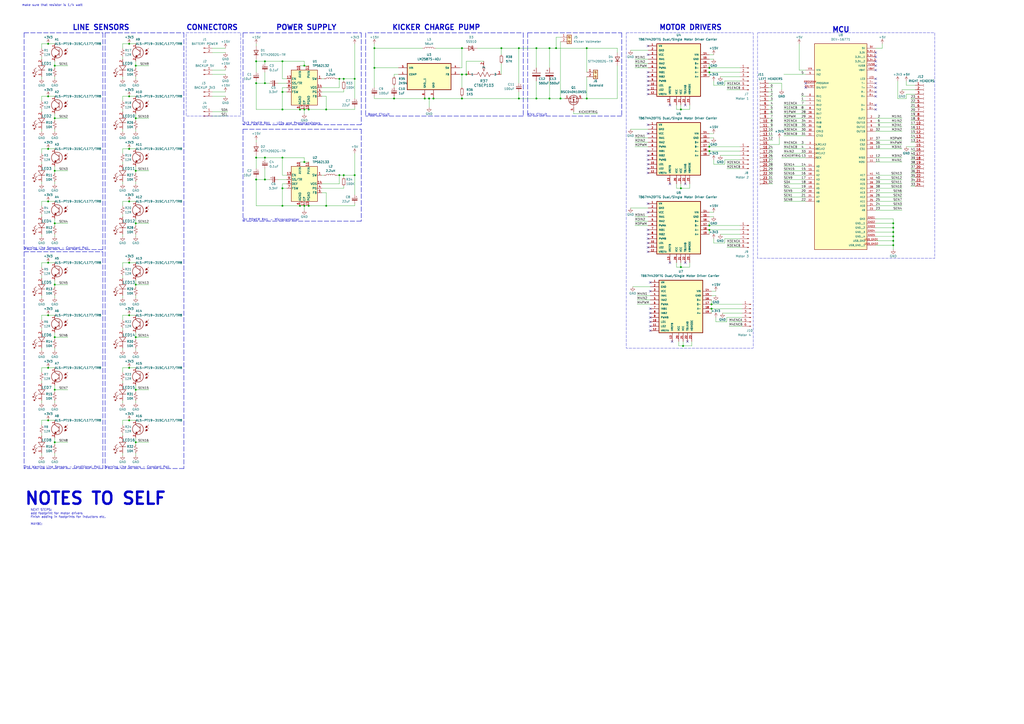
<source format=kicad_sch>
(kicad_sch (version 20230121) (generator eeschema)
  (paper "A2")
  (title_block (title "LINE 3.0 PCB") (date "2023-09-02") (rev "3.0") (company "Team Silverback"))
  (junction (at 300.99 27.94))
  (junction (at 394.97 63.5))
  (junction (at 199.39 101.6))
  (junction (at 153.67 35.56))
  (junction (at 74.93 86.36))
  (junction (at 27.94 55.88))
  (junction (at 179.07 119.38))
  (junction (at 518.16 139.7))
  (junction (at 27.94 86.36))
  (junction (at 74.93 55.88))
  (junction (at 340.36 57.15))
  (junction (at 31.75 195.58))
  (junction (at 411.48 87.63))
  (junction (at 318.77 57.15))
  (junction (at 148.59 48.26))
  (junction (at 176.53 119.38))
  (junction (at 173.99 119.38))
  (junction (at 78.74 99.06))
  (junction (at 163.83 35.56))
  (junction (at 163.83 109.22))
  (junction (at 518.16 142.24))
  (junction (at 246.38 57.15))
  (junction (at 148.59 35.56))
  (junction (at 153.67 91.44))
  (junction (at 412.75 179.07))
  (junction (at 518.16 132.08))
  (junction (at 340.36 27.94))
  (junction (at 196.85 101.6))
  (junction (at 176.53 93.98))
  (junction (at 153.67 104.14))
  (junction (at 411.48 39.37))
  (junction (at 394.97 109.22))
  (junction (at 396.24 200.66))
  (junction (at 27.94 116.84))
  (junction (at 311.15 27.94))
  (junction (at 78.74 68.58))
  (junction (at 267.97 57.15))
  (junction (at 318.77 27.94))
  (junction (at 74.93 243.84))
  (junction (at 176.53 38.1))
  (junction (at 74.93 182.88))
  (junction (at 78.74 226.06))
  (junction (at 27.94 152.4))
  (junction (at 27.94 243.84))
  (junction (at 173.99 63.5))
  (junction (at 205.74 101.6))
  (junction (at 199.39 45.72))
  (junction (at 163.83 53.34))
  (junction (at 251.46 57.15))
  (junction (at 411.48 85.09))
  (junction (at 31.75 38.1))
  (junction (at 412.75 176.53))
  (junction (at 189.23 63.5))
  (junction (at 163.83 63.5))
  (junction (at 248.92 57.15))
  (junction (at 518.16 137.16))
  (junction (at 74.93 25.4))
  (junction (at 148.59 91.44))
  (junction (at 163.83 119.38))
  (junction (at 74.93 116.84))
  (junction (at 176.53 63.5))
  (junction (at 411.48 130.81))
  (junction (at 27.94 182.88))
  (junction (at 196.85 45.72))
  (junction (at 322.58 27.94))
  (junction (at 325.12 57.15))
  (junction (at 78.74 129.54))
  (junction (at 394.97 154.94))
  (junction (at 31.75 226.06))
  (junction (at 74.93 213.36))
  (junction (at 217.17 39.37))
  (junction (at 78.74 38.1))
  (junction (at 153.67 48.26))
  (junction (at 78.74 165.1))
  (junction (at 78.74 256.54))
  (junction (at 217.17 27.94))
  (junction (at 311.15 57.15))
  (junction (at 31.75 68.58))
  (junction (at 27.94 25.4))
  (junction (at 27.94 213.36))
  (junction (at 270.51 43.18))
  (junction (at 267.97 43.18))
  (junction (at 300.99 57.15))
  (junction (at 31.75 256.54))
  (junction (at 31.75 129.54))
  (junction (at 290.83 27.94))
  (junction (at 518.16 134.62))
  (junction (at 148.59 104.14))
  (junction (at 267.97 27.94))
  (junction (at 518.16 129.54))
  (junction (at 74.93 152.4))
  (junction (at 163.83 91.44))
  (junction (at 205.74 45.72))
  (junction (at 179.07 63.5))
  (junction (at 31.75 165.1))
  (junction (at 31.75 99.06))
  (junction (at 228.6 57.15))
  (junction (at 411.48 133.35))
  (junction (at 78.74 195.58))
  (junction (at 189.23 119.38))
  (junction (at 411.48 41.91))
  (no_connect (at 375.92 123.19))
  (no_connect (at 375.92 146.05))
  (no_connect (at 375.92 138.43))
  (no_connect (at 375.92 26.67))
  (no_connect (at 389.89 198.12))
  (no_connect (at 398.78 198.12))
  (no_connect (at 375.92 95.25))
  (no_connect (at 375.92 143.51))
  (no_connect (at 375.92 46.99))
  (no_connect (at 508 38.1))
  (no_connect (at 375.92 133.35))
  (no_connect (at 508 40.64))
  (no_connect (at 467.36 50.8))
  (no_connect (at 375.92 41.91))
  (no_connect (at 377.19 189.23))
  (no_connect (at 388.62 106.68))
  (no_connect (at 375.92 54.61))
  (no_connect (at 375.92 72.39))
  (no_connect (at 377.19 179.07))
  (no_connect (at 508 55.88))
  (no_connect (at 377.19 181.61))
  (no_connect (at 377.19 163.83))
  (no_connect (at 467.36 48.26))
  (no_connect (at 375.92 52.07))
  (no_connect (at 375.92 87.63))
  (no_connect (at 375.92 97.79))
  (no_connect (at 508 50.8))
  (no_connect (at 388.62 152.4))
  (no_connect (at 375.92 77.47))
  (no_connect (at 375.92 135.89))
  (no_connect (at 508 63.5))
  (no_connect (at 508 48.26))
  (no_connect (at 508 33.02))
  (no_connect (at 397.51 152.4))
  (no_connect (at 375.92 44.45))
  (no_connect (at 377.19 184.15))
  (no_connect (at 508 45.72))
  (no_connect (at 397.51 106.68))
  (no_connect (at 375.92 31.75))
  (no_connect (at 375.92 140.97))
  (no_connect (at 375.92 49.53))
  (no_connect (at 377.19 168.91))
  (no_connect (at 377.19 191.77))
  (no_connect (at 375.92 100.33))
  (no_connect (at 508 60.96))
  (no_connect (at 388.62 60.96))
  (no_connect (at 375.92 92.71))
  (no_connect (at 508 53.34))
  (no_connect (at 375.92 90.17))
  (no_connect (at 377.19 186.69))
  (no_connect (at 397.51 60.96))
  (no_connect (at 508 35.56))
  (no_connect (at 508 30.48))
  (no_connect (at 375.92 118.11))
  (wire (pts (xy 217.17 55.88) (xy 217.17 57.15)))
  (wire (pts (xy 31.75 74.93) (xy 31.75 76.2)))
  (wire (pts (xy 24.13 220.98) (xy 24.13 222.25)))
  (wire (pts (xy 528.32 64.77) (xy 530.86 64.77)))
  (polyline (pts (xy 140.97 19.05) (xy 209.55 19.05)) (stroke (width 0.25) (type dash)))
  (wire (pts (xy 186.69 109.22) (xy 199.39 109.22)))
  (wire (pts (xy 78.74 262.89) (xy 78.74 264.16)))
  (wire (pts (xy 528.32 72.39) (xy 530.86 72.39)))
  (wire (pts (xy 520.7 46.99) (xy 520.7 57.15)))
  (wire (pts (xy 71.12 105.41) (xy 71.12 106.68)))
  (wire (pts (xy 148.59 35.56) (xy 153.67 35.56)))
  (wire (pts (xy 411.48 87.63) (xy 411.48 90.17)))
  (wire (pts (xy 394.97 63.5) (xy 400.05 63.5)))
  (wire (pts (xy 368.3 125.73) (xy 375.92 125.73)))
  (wire (pts (xy 186.69 106.68) (xy 196.85 106.68)))
  (polyline (pts (xy 213.36 19.05) (xy 303.53 19.05)) (stroke (width 0.25) (type dash)))
  (wire (pts (xy 195.58 101.6) (xy 196.85 101.6)))
  (wire (pts (xy 24.13 105.41) (xy 24.13 106.68)))
  (wire (pts (xy 528.32 107.95) (xy 530.86 107.95)))
  (wire (pts (xy 448.31 101.6) (xy 445.77 101.6)))
  (wire (pts (xy 24.13 93.98) (xy 24.13 95.25)))
  (wire (pts (xy 368.3 34.29) (xy 375.92 34.29)))
  (wire (pts (xy 420.37 92.71) (xy 420.37 95.25)))
  (wire (pts (xy 78.74 256.54) (xy 78.74 254)))
  (wire (pts (xy 400.05 106.68) (xy 400.05 109.22)))
  (wire (pts (xy 195.58 45.72) (xy 196.85 45.72)))
  (wire (pts (xy 311.15 27.94) (xy 311.15 39.37)))
  (wire (pts (xy 71.12 190.5) (xy 71.12 191.77)))
  (wire (pts (xy 24.13 191.77) (xy 24.13 190.5)))
  (wire (pts (xy 31.75 256.54) (xy 39.37 256.54)))
  (wire (pts (xy 445.77 48.26) (xy 453.39 48.26)))
  (wire (pts (xy 163.83 109.22) (xy 166.37 109.22)))
  (wire (pts (xy 394.97 154.94) (xy 394.97 152.4)))
  (wire (pts (xy 71.12 74.93) (xy 71.12 76.2)))
  (wire (pts (xy 31.75 68.58) (xy 31.75 66.04)))
  (wire (pts (xy 463.55 25.4) (xy 463.55 40.64)))
  (wire (pts (xy 270.51 35.56) (xy 270.51 43.18)))
  (wire (pts (xy 528.32 67.31) (xy 530.86 67.31)))
  (wire (pts (xy 523.24 121.92) (xy 508 121.92)))
  (polyline (pts (xy 106.68 19.05) (xy 106.68 271.78)) (stroke (width 0.25) (type dash)))
  (wire (pts (xy 31.75 165.1) (xy 31.75 166.37)))
  (wire (pts (xy 31.75 256.54) (xy 31.75 254)))
  (wire (pts (xy 528.32 77.47) (xy 530.86 77.47)))
  (wire (pts (xy 528.32 82.55) (xy 530.86 82.55)))
  (wire (pts (xy 393.7 198.12) (xy 393.7 200.66)))
  (wire (pts (xy 454.66 43.18) (xy 467.36 43.18)))
  (wire (pts (xy 74.93 152.4) (xy 71.12 152.4)))
  (wire (pts (xy 528.32 69.85) (xy 530.86 69.85)))
  (wire (pts (xy 78.74 201.93) (xy 78.74 203.2)))
  (wire (pts (xy 448.31 63.5) (xy 445.77 63.5)))
  (wire (pts (xy 31.75 226.06) (xy 39.37 226.06)))
  (wire (pts (xy 422.91 189.23) (xy 430.53 189.23)))
  (wire (pts (xy 24.13 33.02) (xy 24.13 34.29)))
  (wire (pts (xy 78.74 38.1) (xy 78.74 35.56)))
  (polyline (pts (xy 209.55 72.39) (xy 140.97 72.39)) (stroke (width 0.25) (type dash)))
  (wire (pts (xy 448.31 50.8) (xy 445.77 50.8)))
  (wire (pts (xy 148.59 102.87) (xy 148.59 104.14)))
  (wire (pts (xy 267.97 57.15) (xy 300.99 57.15)))
  (wire (pts (xy 166.37 106.68) (xy 163.83 106.68)))
  (wire (pts (xy 187.96 101.6) (xy 186.69 101.6)))
  (wire (pts (xy 199.39 102.87) (xy 199.39 101.6)))
  (wire (pts (xy 163.83 53.34) (xy 166.37 53.34)))
  (wire (pts (xy 24.13 182.88) (xy 24.13 185.42)))
  (wire (pts (xy 163.83 35.56) (xy 176.53 35.56)))
  (wire (pts (xy 27.94 55.88) (xy 24.13 55.88)))
  (wire (pts (xy 78.74 99.06) (xy 78.74 96.52)))
  (wire (pts (xy 24.13 44.45) (xy 24.13 45.72)))
  (wire (pts (xy 454.66 99.06) (xy 467.36 99.06)))
  (wire (pts (xy 27.94 182.88) (xy 31.75 182.88)))
  (wire (pts (xy 163.83 45.72) (xy 163.83 35.56)))
  (wire (pts (xy 31.75 99.06) (xy 39.37 99.06)))
  (wire (pts (xy 71.12 262.89) (xy 71.12 264.16)))
  (wire (pts (xy 148.59 34.29) (xy 148.59 35.56)))
  (wire (pts (xy 176.53 38.1) (xy 179.07 38.1)))
  (wire (pts (xy 412.75 173.99) (xy 412.75 176.53)))
  (wire (pts (xy 176.53 93.98) (xy 179.07 93.98)))
  (wire (pts (xy 368.3 128.27) (xy 375.92 128.27)))
  (wire (pts (xy 396.24 200.66) (xy 401.32 200.66)))
  (wire (pts (xy 78.74 99.06) (xy 86.36 99.06)))
  (wire (pts (xy 123.19 55.88) (xy 130.81 55.88)))
  (wire (pts (xy 394.97 154.94) (xy 400.05 154.94)))
  (wire (pts (xy 74.93 55.88) (xy 71.12 55.88)))
  (wire (pts (xy 24.13 262.89) (xy 24.13 264.16)))
  (wire (pts (xy 290.83 43.18) (xy 290.83 36.83)))
  (wire (pts (xy 31.75 99.06) (xy 31.75 100.33)))
  (wire (pts (xy 414.02 138.43) (xy 414.02 140.97)))
  (wire (pts (xy 173.99 119.38) (xy 176.53 119.38)))
  (wire (pts (xy 448.31 66.04) (xy 445.77 66.04)))
  (wire (pts (xy 508 68.58) (xy 523.24 68.58)))
  (wire (pts (xy 448.31 68.58) (xy 445.77 68.58)))
  (wire (pts (xy 421.64 95.25) (xy 429.26 95.25)))
  (wire (pts (xy 31.75 262.89) (xy 31.75 264.16)))
  (wire (pts (xy 246.38 57.15) (xy 228.6 57.15)))
  (wire (pts (xy 528.32 105.41) (xy 530.86 105.41)))
  (wire (pts (xy 78.74 68.58) (xy 78.74 66.04)))
  (wire (pts (xy 267.97 39.37) (xy 266.7 39.37)))
  (wire (pts (xy 454.66 106.68) (xy 467.36 106.68)))
  (wire (pts (xy 454.66 63.5) (xy 467.36 63.5)))
  (polyline (pts (xy 13.97 19.05) (xy 59.69 19.05)) (stroke (width 0.25) (type dash)))
  (wire (pts (xy 27.94 86.36) (xy 31.75 86.36)))
  (wire (pts (xy 508 114.3) (xy 523.24 114.3)))
  (wire (pts (xy 508 93.98) (xy 523.24 93.98)))
  (wire (pts (xy 228.6 43.18) (xy 228.6 44.45)))
  (wire (pts (xy 205.74 45.72) (xy 205.74 57.15)))
  (wire (pts (xy 24.13 124.46) (xy 24.13 125.73)))
  (wire (pts (xy 508 127) (xy 518.16 127)))
  (wire (pts (xy 123.19 53.34) (xy 130.81 53.34)))
  (polyline (pts (xy 140.97 19.05) (xy 140.97 72.39)) (stroke (width 0.25) (type dash)))
  (wire (pts (xy 430.53 184.15) (xy 421.64 184.15)))
  (wire (pts (xy 411.48 77.47) (xy 414.02 77.47)))
  (wire (pts (xy 411.48 85.09) (xy 429.26 85.09)))
  (polyline (pts (xy 60.96 146.05) (xy 60.96 271.78)) (stroke (width 0.25) (type dash)))
  (wire (pts (xy 27.94 152.4) (xy 31.75 152.4)))
  (wire (pts (xy 412.75 179.07) (xy 412.75 181.61)))
  (wire (pts (xy 518.16 134.62) (xy 518.16 137.16)))
  (wire (pts (xy 454.66 78.74) (xy 467.36 78.74)))
  (wire (pts (xy 27.94 116.84) (xy 24.13 116.84)))
  (wire (pts (xy 71.12 201.93) (xy 71.12 203.2)))
  (wire (pts (xy 228.6 55.88) (xy 228.6 57.15)))
  (wire (pts (xy 448.31 55.88) (xy 445.77 55.88)))
  (wire (pts (xy 78.74 226.06) (xy 78.74 227.33)))
  (wire (pts (xy 217.17 39.37) (xy 231.14 39.37)))
  (wire (pts (xy 148.59 119.38) (xy 163.83 119.38)))
  (wire (pts (xy 411.48 133.35) (xy 411.48 135.89)))
  (wire (pts (xy 163.83 53.34) (xy 163.83 63.5)))
  (wire (pts (xy 411.48 123.19) (xy 414.02 123.19)))
  (wire (pts (xy 71.12 55.88) (xy 71.12 58.42)))
  (wire (pts (xy 231.14 43.18) (xy 228.6 43.18)))
  (wire (pts (xy 464.82 55.88) (xy 467.36 55.88)))
  (wire (pts (xy 448.31 60.96) (xy 445.77 60.96)))
  (wire (pts (xy 24.13 63.5) (xy 24.13 64.77)))
  (polyline (pts (xy 13.97 19.05) (xy 13.97 144.78)) (stroke (width 0.25) (type dash)))
  (wire (pts (xy 24.13 203.2) (xy 24.13 201.93)))
  (polyline (pts (xy 303.53 19.05) (xy 303.53 67.31)) (stroke (width 0.25) (type dash)))
  (wire (pts (xy 448.31 73.66) (xy 445.77 73.66)))
  (wire (pts (xy 78.74 129.54) (xy 78.74 130.81)))
  (wire (pts (xy 78.74 165.1) (xy 78.74 162.56)))
  (wire (pts (xy 412.75 176.53) (xy 430.53 176.53)))
  (wire (pts (xy 392.43 106.68) (xy 392.43 109.22)))
  (wire (pts (xy 508 119.38) (xy 523.24 119.38)))
  (wire (pts (xy 454.66 88.9) (xy 467.36 88.9)))
  (wire (pts (xy 173.99 38.1) (xy 176.53 38.1)))
  (wire (pts (xy 325.12 24.13) (xy 325.12 57.15)))
  (wire (pts (xy 27.94 243.84) (xy 24.13 243.84)))
  (polyline (pts (xy 209.55 74.93) (xy 209.55 128.27)) (stroke (width 0.25) (type dash)))
  (wire (pts (xy 325.12 21.59) (xy 322.58 21.59)))
  (wire (pts (xy 448.31 71.12) (xy 445.77 71.12)))
  (wire (pts (xy 24.13 116.84) (xy 24.13 119.38)))
  (wire (pts (xy 24.13 160.02) (xy 24.13 161.29)))
  (wire (pts (xy 525.78 49.53) (xy 525.78 46.99)))
  (wire (pts (xy 267.97 55.88) (xy 267.97 57.15)))
  (wire (pts (xy 78.74 129.54) (xy 78.74 127)))
  (wire (pts (xy 393.7 200.66) (xy 396.24 200.66)))
  (wire (pts (xy 448.31 104.14) (xy 445.77 104.14)))
  (wire (pts (xy 528.32 80.01) (xy 530.86 80.01)))
  (wire (pts (xy 392.43 60.96) (xy 392.43 63.5)))
  (wire (pts (xy 419.1 181.61) (xy 430.53 181.61)))
  (wire (pts (xy 508 134.62) (xy 518.16 134.62)))
  (wire (pts (xy 179.07 63.5) (xy 189.23 63.5)))
  (wire (pts (xy 528.32 102.87) (xy 530.86 102.87)))
  (wire (pts (xy 429.26 46.99) (xy 420.37 46.99)))
  (wire (pts (xy 508 137.16) (xy 518.16 137.16)))
  (wire (pts (xy 71.12 171.45) (xy 71.12 172.72)))
  (wire (pts (xy 71.12 86.36) (xy 71.12 88.9)))
  (polyline (pts (xy 209.55 128.27) (xy 140.97 128.27)) (stroke (width 0.25) (type dash)))
  (wire (pts (xy 189.23 55.88) (xy 189.23 63.5)))
  (wire (pts (xy 508 116.84) (xy 523.24 116.84)))
  (wire (pts (xy 252.73 27.94) (xy 267.97 27.94)))
  (wire (pts (xy 205.74 25.4) (xy 205.74 45.72)))
  (wire (pts (xy 187.96 45.72) (xy 186.69 45.72)))
  (wire (pts (xy 454.66 71.12) (xy 467.36 71.12)))
  (wire (pts (xy 78.74 256.54) (xy 86.36 256.54)))
  (wire (pts (xy 454.66 66.04) (xy 467.36 66.04)))
  (wire (pts (xy 453.39 48.26) (xy 453.39 52.07)))
  (wire (pts (xy 518.16 137.16) (xy 518.16 139.7)))
  (wire (pts (xy 508 104.14) (xy 523.24 104.14)))
  (wire (pts (xy 71.12 33.02) (xy 71.12 34.29)))
  (wire (pts (xy 394.97 109.22) (xy 394.97 106.68)))
  (wire (pts (xy 205.74 119.38) (xy 205.74 118.11)))
  (wire (pts (xy 31.75 129.54) (xy 31.75 127)))
  (wire (pts (xy 78.74 38.1) (xy 86.36 38.1)))
  (wire (pts (xy 508 76.2) (xy 523.24 76.2)))
  (wire (pts (xy 123.19 30.48) (xy 130.81 30.48)))
  (wire (pts (xy 525.78 49.53) (xy 530.86 49.53)))
  (wire (pts (xy 414.02 92.71) (xy 414.02 95.25)))
  (wire (pts (xy 31.75 44.45) (xy 31.75 45.72)))
  (polyline (pts (xy 60.96 19.05) (xy 106.68 19.05)) (stroke (width 0.25) (type dash)))
  (wire (pts (xy 318.77 27.94) (xy 322.58 27.94)))
  (polyline (pts (xy 360.68 19.05) (xy 360.68 67.31)) (stroke (width 0.25) (type dash)))
  (wire (pts (xy 189.23 63.5) (xy 205.74 63.5)))
  (wire (pts (xy 31.75 68.58) (xy 39.37 68.58)))
  (wire (pts (xy 74.93 25.4) (xy 78.74 25.4)))
  (wire (pts (xy 148.59 48.26) (xy 153.67 48.26)))
  (wire (pts (xy 508 139.7) (xy 518.16 139.7)))
  (wire (pts (xy 186.69 55.88) (xy 189.23 55.88)))
  (wire (pts (xy 31.75 226.06) (xy 31.75 227.33)))
  (wire (pts (xy 78.74 99.06) (xy 78.74 100.33)))
  (wire (pts (xy 530.86 52.07) (xy 523.24 52.07)))
  (wire (pts (xy 508 109.22) (xy 523.24 109.22)))
  (wire (pts (xy 368.3 130.81) (xy 375.92 130.81)))
  (wire (pts (xy 528.32 92.71) (xy 530.86 92.71)))
  (wire (pts (xy 189.23 111.76) (xy 189.23 119.38)))
  (wire (pts (xy 74.93 116.84) (xy 71.12 116.84)))
  (wire (pts (xy 421.64 97.79) (xy 429.26 97.79)))
  (wire (pts (xy 311.15 27.94) (xy 318.77 27.94)))
  (wire (pts (xy 420.37 140.97) (xy 414.02 140.97)))
  (wire (pts (xy 74.93 55.88) (xy 78.74 55.88)))
  (wire (pts (xy 199.39 46.99) (xy 199.39 45.72)))
  (wire (pts (xy 24.13 55.88) (xy 24.13 58.42)))
  (wire (pts (xy 196.85 50.8) (xy 196.85 45.72)))
  (wire (pts (xy 27.94 86.36) (xy 24.13 86.36)))
  (wire (pts (xy 525.78 85.09) (xy 530.86 85.09)))
  (wire (pts (xy 78.74 68.58) (xy 86.36 68.58)))
  (wire (pts (xy 421.64 143.51) (xy 429.26 143.51)))
  (wire (pts (xy 189.23 119.38) (xy 205.74 119.38)))
  (wire (pts (xy 186.69 53.34) (xy 199.39 53.34)))
  (wire (pts (xy 78.74 38.1) (xy 78.74 39.37)))
  (wire (pts (xy 414.02 46.99) (xy 414.02 49.53)))
  (wire (pts (xy 454.66 114.3) (xy 467.36 114.3)))
  (wire (pts (xy 71.12 63.5) (xy 71.12 64.77)))
  (wire (pts (xy 528.32 90.17) (xy 530.86 90.17)))
  (wire (pts (xy 528.32 62.23) (xy 530.86 62.23)))
  (wire (pts (xy 375.92 74.93) (xy 365.76 74.93)))
  (wire (pts (xy 31.75 165.1) (xy 39.37 165.1)))
  (wire (pts (xy 340.36 27.94) (xy 358.14 27.94)))
  (wire (pts (xy 368.3 85.09) (xy 375.92 85.09)))
  (polyline (pts (xy 59.69 271.78) (xy 13.97 271.78)) (stroke (width 0.25) (type dash)))
  (wire (pts (xy 24.13 172.72) (xy 24.13 171.45)))
  (wire (pts (xy 71.12 232.41) (xy 71.12 233.68)))
  (wire (pts (xy 518.16 129.54) (xy 518.16 132.08)))
  (wire (pts (xy 325.12 57.15) (xy 327.66 57.15)))
  (wire (pts (xy 332.74 64.77) (xy 332.74 66.04)))
  (wire (pts (xy 420.37 46.99) (xy 420.37 49.53)))
  (wire (pts (xy 267.97 39.37) (xy 267.97 27.94)))
  (wire (pts (xy 148.59 63.5) (xy 163.83 63.5)))
  (wire (pts (xy 71.12 213.36) (xy 71.12 215.9)))
  (wire (pts (xy 163.83 109.22) (xy 163.83 119.38)))
  (wire (pts (xy 508 27.94) (xy 511.81 27.94)))
  (wire (pts (xy 422.91 186.69) (xy 430.53 186.69)))
  (wire (pts (xy 31.75 38.1) (xy 31.75 39.37)))
  (wire (pts (xy 163.83 50.8) (xy 163.83 53.34)))
  (wire (pts (xy 448.31 91.44) (xy 445.77 91.44)))
  (wire (pts (xy 27.94 116.84) (xy 31.75 116.84)))
  (wire (pts (xy 173.99 63.5) (xy 176.53 63.5)))
  (wire (pts (xy 31.75 165.1) (xy 31.75 162.56)))
  (wire (pts (xy 205.74 63.5) (xy 205.74 62.23)))
  (wire (pts (xy 31.75 105.41) (xy 31.75 106.68)))
  (wire (pts (xy 78.74 195.58) (xy 78.74 193.04)))
  (polyline (pts (xy 303.53 67.31) (xy 212.09 67.31)) (stroke (width 0.25) (type dash)))
  (wire (pts (xy 300.99 57.15) (xy 311.15 57.15)))
  (wire (pts (xy 340.36 44.45) (xy 340.36 57.15)))
  (wire (pts (xy 525.78 57.15) (xy 520.7 57.15)))
  (wire (pts (xy 392.43 154.94) (xy 394.97 154.94)))
  (wire (pts (xy 74.93 213.36) (xy 78.74 213.36)))
  (wire (pts (xy 508 81.28) (xy 523.24 81.28)))
  (wire (pts (xy 31.75 195.58) (xy 39.37 195.58)))
  (wire (pts (xy 163.83 106.68) (xy 163.83 109.22)))
  (wire (pts (xy 31.75 68.58) (xy 31.75 69.85)))
  (wire (pts (xy 205.74 101.6) (xy 205.74 113.03)))
  (wire (pts (xy 176.53 91.44) (xy 176.53 93.98)))
  (wire (pts (xy 71.12 182.88) (xy 71.12 185.42)))
  (wire (pts (xy 340.36 27.94) (xy 340.36 41.91)))
  (wire (pts (xy 74.93 243.84) (xy 78.74 243.84)))
  (wire (pts (xy 448.31 81.28) (xy 445.77 81.28)))
  (wire (pts (xy 448.31 99.06) (xy 445.77 99.06)))
  (wire (pts (xy 179.07 119.38) (xy 189.23 119.38)))
  (wire (pts (xy 27.94 25.4) (xy 24.13 25.4)))
  (wire (pts (xy 132.08 67.31) (xy 123.19 67.31)))
  (polyline (pts (xy 212.09 19.05) (xy 212.09 67.31)) (stroke (width 0.25) (type dash)))
  (wire (pts (xy 394.97 63.5) (xy 394.97 60.96)))
  (wire (pts (xy 448.31 96.52) (xy 445.77 96.52)))
  (wire (pts (xy 454.66 101.6) (xy 467.36 101.6)))
  (wire (pts (xy 148.59 81.28) (xy 148.59 82.55)))
  (polyline (pts (xy 59.69 144.78) (xy 13.97 144.78)) (stroke (width 0.25) (type dash)))
  (wire (pts (xy 74.93 86.36) (xy 78.74 86.36)))
  (wire (pts (xy 196.85 106.68) (xy 196.85 101.6)))
  (wire (pts (xy 148.59 35.56) (xy 148.59 41.91)))
  (wire (pts (xy 217.17 27.94) (xy 217.17 39.37)))
  (wire (pts (xy 267.97 43.18) (xy 270.51 43.18)))
  (wire (pts (xy 454.66 73.66) (xy 467.36 73.66)))
  (wire (pts (xy 421.64 186.69) (xy 415.29 186.69)))
  (wire (pts (xy 199.39 45.72) (xy 205.74 45.72)))
  (wire (pts (xy 176.53 119.38) (xy 176.53 121.92)))
  (wire (pts (xy 508 106.68) (xy 523.24 106.68)))
  (wire (pts (xy 71.12 135.89) (xy 71.12 137.16)))
  (wire (pts (xy 368.3 36.83) (xy 375.92 36.83)))
  (wire (pts (xy 448.31 106.68) (xy 445.77 106.68)))
  (wire (pts (xy 161.29 104.14) (xy 166.37 104.14)))
  (wire (pts (xy 448.31 78.74) (xy 445.77 78.74)))
  (wire (pts (xy 163.83 91.44) (xy 176.53 91.44)))
  (wire (pts (xy 318.77 57.15) (xy 325.12 57.15)))
  (wire (pts (xy 24.13 233.68) (xy 24.13 232.41)))
  (wire (pts (xy 267.97 43.18) (xy 266.7 43.18)))
  (wire (pts (xy 518.16 142.24) (xy 518.16 144.78)))
  (wire (pts (xy 78.74 256.54) (xy 78.74 257.81)))
  (wire (pts (xy 163.83 101.6) (xy 163.83 91.44)))
  (wire (pts (xy 454.66 96.52) (xy 467.36 96.52)))
  (wire (pts (xy 358.14 57.15) (xy 340.36 57.15)))
  (wire (pts (xy 31.75 232.41) (xy 31.75 233.68)))
  (wire (pts (xy 74.93 152.4) (xy 78.74 152.4)))
  (wire (pts (xy 78.74 74.93) (xy 78.74 76.2)))
  (wire (pts (xy 166.37 50.8) (xy 163.83 50.8)))
  (polyline (pts (xy 59.69 146.05) (xy 59.69 271.78)) (stroke (width 0.25) (type dash)))
  (wire (pts (xy 392.43 152.4) (xy 392.43 154.94)))
  (polyline (pts (xy 59.69 19.05) (xy 59.69 144.78)) (stroke (width 0.25) (type dash)))
  (wire (pts (xy 411.48 87.63) (xy 429.26 87.63)))
  (wire (pts (xy 311.15 57.15) (xy 318.77 57.15)))
  (polyline (pts (xy 140.97 74.93) (xy 140.97 128.27)) (stroke (width 0.25) (type dash)))
  (wire (pts (xy 78.74 105.41) (xy 78.74 106.68)))
  (wire (pts (xy 421.64 49.53) (xy 429.26 49.53)))
  (wire (pts (xy 74.93 25.4) (xy 71.12 25.4)))
  (wire (pts (xy 412.75 168.91) (xy 415.29 168.91)))
  (wire (pts (xy 411.48 39.37) (xy 429.26 39.37)))
  (wire (pts (xy 445.77 83.82) (xy 452.12 83.82)))
  (wire (pts (xy 375.92 29.21) (xy 365.76 29.21)))
  (wire (pts (xy 454.66 68.58) (xy 467.36 68.58)))
  (wire (pts (xy 454.66 109.22) (xy 467.36 109.22)))
  (wire (pts (xy 153.67 48.26) (xy 156.21 48.26)))
  (wire (pts (xy 368.3 80.01) (xy 375.92 80.01)))
  (wire (pts (xy 508 71.12) (xy 523.24 71.12)))
  (wire (pts (xy 508 142.24) (xy 518.16 142.24)))
  (wire (pts (xy 71.12 44.45) (xy 71.12 45.72)))
  (polyline (pts (xy 209.55 19.05) (xy 209.55 72.39)) (stroke (width 0.25) (type dash)))
  (wire (pts (xy 217.17 25.4) (xy 217.17 27.94)))
  (wire (pts (xy 31.75 129.54) (xy 31.75 130.81)))
  (wire (pts (xy 24.13 74.93) (xy 24.13 76.2)))
  (wire (pts (xy 417.83 90.17) (xy 429.26 90.17)))
  (wire (pts (xy 394.97 109.22) (xy 400.05 109.22)))
  (wire (pts (xy 358.14 27.94) (xy 358.14 30.48)))
  (wire (pts (xy 71.12 93.98) (xy 71.12 95.25)))
  (wire (pts (xy 396.24 200.66) (xy 396.24 198.12)))
  (wire (pts (xy 421.64 52.07) (xy 429.26 52.07)))
  (wire (pts (xy 31.75 171.45) (xy 31.75 172.72)))
  (wire (pts (xy 401.32 198.12) (xy 401.32 200.66)))
  (wire (pts (xy 248.92 57.15) (xy 246.38 57.15)))
  (wire (pts (xy 448.31 86.36) (xy 445.77 86.36)))
  (wire (pts (xy 78.74 226.06) (xy 86.36 226.06)))
  (polyline (pts (xy 60.96 19.05) (xy 60.96 144.78)) (stroke (width 0.25) (type dash)))
  (wire (pts (xy 153.67 91.44) (xy 163.83 91.44)))
  (wire (pts (xy 27.94 213.36) (xy 31.75 213.36)))
  (wire (pts (xy 251.46 57.15) (xy 248.92 57.15)))
  (wire (pts (xy 454.66 83.82) (xy 467.36 83.82)))
  (wire (pts (xy 464.82 58.42) (xy 467.36 58.42)))
  (wire (pts (xy 153.67 41.91) (xy 153.67 48.26)))
  (wire (pts (xy 528.32 59.69) (xy 530.86 59.69)))
  (wire (pts (xy 411.48 34.29) (xy 414.02 34.29)))
  (wire (pts (xy 429.26 92.71) (xy 420.37 92.71)))
  (wire (pts (xy 74.93 213.36) (xy 71.12 213.36)))
  (wire (pts (xy 31.75 201.93) (xy 31.75 203.2)))
  (wire (pts (xy 24.13 213.36) (xy 24.13 215.9)))
  (wire (pts (xy 322.58 27.94) (xy 340.36 27.94)))
  (wire (pts (xy 300.99 53.34) (xy 300.99 57.15)))
  (wire (pts (xy 78.74 135.89) (xy 78.74 137.16)))
  (wire (pts (xy 454.66 104.14) (xy 467.36 104.14)))
  (wire (pts (xy 31.75 195.58) (xy 31.75 196.85)))
  (wire (pts (xy 528.32 87.63) (xy 530.86 87.63)))
  (wire (pts (xy 176.53 35.56) (xy 176.53 38.1)))
  (wire (pts (xy 411.48 31.75) (xy 414.02 31.75)))
  (wire (pts (xy 78.74 165.1) (xy 86.36 165.1)))
  (wire (pts (xy 454.66 76.2) (xy 467.36 76.2)))
  (wire (pts (xy 518.16 127) (xy 518.16 129.54)))
  (wire (pts (xy 199.39 101.6) (xy 196.85 101.6)))
  (wire (pts (xy 467.36 40.64) (xy 463.55 40.64)))
  (wire (pts (xy 412.75 171.45) (xy 415.29 171.45)))
  (wire (pts (xy 132.08 64.77) (xy 123.19 64.77)))
  (polyline (pts (xy 306.07 19.05) (xy 306.07 67.31)) (stroke (width 0.25) (type dash)))
  (wire (pts (xy 518.16 139.7) (xy 518.16 142.24)))
  (wire (pts (xy 186.69 50.8) (xy 196.85 50.8)))
  (wire (pts (xy 71.12 25.4) (xy 71.12 27.94)))
  (wire (pts (xy 411.48 133.35) (xy 429.26 133.35)))
  (wire (pts (xy 217.17 39.37) (xy 217.17 50.8)))
  (wire (pts (xy 375.92 120.65) (xy 365.76 120.65)))
  (wire (pts (xy 31.75 38.1) (xy 39.37 38.1)))
  (wire (pts (xy 199.39 53.34) (xy 199.39 52.07)))
  (wire (pts (xy 525.78 54.61) (xy 525.78 57.15)))
  (wire (pts (xy 24.13 86.36) (xy 24.13 88.9)))
  (wire (pts (xy 420.37 95.25) (xy 414.02 95.25)))
  (wire (pts (xy 78.74 44.45) (xy 78.74 45.72)))
  (wire (pts (xy 411.48 41.91) (xy 429.26 41.91)))
  (wire (pts (xy 251.46 57.15) (xy 267.97 57.15)))
  (wire (pts (xy 173.99 93.98) (xy 176.53 93.98)))
  (wire (pts (xy 78.74 195.58) (xy 78.74 196.85)))
  (wire (pts (xy 290.83 31.75) (xy 290.83 27.94)))
  (wire (pts (xy 163.83 63.5) (xy 173.99 63.5)))
  (wire (pts (xy 148.59 91.44) (xy 148.59 97.79)))
  (wire (pts (xy 508 83.82) (xy 523.24 83.82)))
  (wire (pts (xy 332.74 66.04) (xy 346.71 66.04)))
  (wire (pts (xy 318.77 46.99) (xy 318.77 57.15)))
  (wire (pts (xy 267.97 27.94) (xy 269.24 27.94)))
  (wire (pts (xy 528.32 74.93) (xy 530.86 74.93)))
  (wire (pts (xy 24.13 152.4) (xy 24.13 154.94)))
  (wire (pts (xy 411.48 82.55) (xy 411.48 85.09)))
  (wire (pts (xy 322.58 21.59) (xy 322.58 27.94)))
  (wire (pts (xy 411.48 41.91) (xy 411.48 44.45)))
  (wire (pts (xy 205.74 88.9) (xy 205.74 101.6)))
  (wire (pts (xy 199.39 101.6) (xy 205.74 101.6)))
  (wire (pts (xy 153.67 35.56) (xy 153.67 36.83)))
  (wire (pts (xy 199.39 109.22) (xy 199.39 107.95)))
  (wire (pts (xy 166.37 101.6) (xy 163.83 101.6)))
  (wire (pts (xy 417.83 135.89) (xy 429.26 135.89)))
  (wire (pts (xy 411.48 128.27) (xy 411.48 130.81)))
  (wire (pts (xy 452.12 80.01) (xy 452.12 83.82)))
  (wire (pts (xy 78.74 165.1) (xy 78.74 166.37)))
  (wire (pts (xy 148.59 104.14) (xy 153.67 104.14)))
  (wire (pts (xy 290.83 27.94) (xy 276.86 27.94)))
  (wire (pts (xy 508 73.66) (xy 523.24 73.66)))
  (wire (pts (xy 31.75 129.54) (xy 39.37 129.54)))
  (wire (pts (xy 411.48 36.83) (xy 411.48 39.37)))
  (wire (pts (xy 369.57 171.45) (xy 377.19 171.45)))
  (polyline (pts (xy 106.68 271.78) (xy 60.96 271.78)) (stroke (width 0.25) (type dash)))
  (wire (pts (xy 318.77 27.94) (xy 318.77 39.37)))
  (wire (pts (xy 71.12 251.46) (xy 71.12 252.73)))
  (wire (pts (xy 448.31 93.98) (xy 445.77 93.98)))
  (wire (pts (xy 78.74 232.41) (xy 78.74 233.68)))
  (wire (pts (xy 412.75 179.07) (xy 430.53 179.07)))
  (wire (pts (xy 245.11 27.94) (xy 217.17 27.94)))
  (wire (pts (xy 71.12 243.84) (xy 71.12 246.38)))
  (wire (pts (xy 71.12 116.84) (xy 71.12 119.38)))
  (wire (pts (xy 300.99 27.94) (xy 311.15 27.94)))
  (wire (pts (xy 31.75 256.54) (xy 31.75 257.81)))
  (wire (pts (xy 199.39 45.72) (xy 196.85 45.72)))
  (wire (pts (xy 358.14 38.1) (xy 358.14 57.15)))
  (wire (pts (xy 511.81 27.94) (xy 511.81 25.4)))
  (wire (pts (xy 27.94 182.88) (xy 24.13 182.88)))
  (wire (pts (xy 24.13 251.46) (xy 24.13 252.73)))
  (wire (pts (xy 508 132.08) (xy 518.16 132.08)))
  (wire (pts (xy 417.83 44.45) (xy 429.26 44.45)))
  (wire (pts (xy 78.74 171.45) (xy 78.74 172.72)))
  (polyline (pts (xy 140.97 74.93) (xy 209.55 74.93)) (stroke (width 0.25) (type dash)))
  (wire (pts (xy 161.29 48.26) (xy 166.37 48.26)))
  (wire (pts (xy 300.99 48.26) (xy 300.99 27.94)))
  (wire (pts (xy 454.66 86.36) (xy 467.36 86.36)))
  (wire (pts (xy 508 86.36) (xy 523.24 86.36)))
  (wire (pts (xy 508 129.54) (xy 518.16 129.54)))
  (wire (pts (xy 248.92 57.15) (xy 248.92 62.23)))
  (wire (pts (xy 123.19 27.94) (xy 130.81 27.94)))
  (wire (pts (xy 31.75 38.1) (xy 31.75 35.56)))
  (wire (pts (xy 411.48 125.73) (xy 414.02 125.73)))
  (wire (pts (xy 392.43 63.5) (xy 394.97 63.5)))
  (wire (pts (xy 148.59 91.44) (xy 153.67 91.44)))
  (wire (pts (xy 74.93 116.84) (xy 78.74 116.84)))
  (wire (pts (xy 411.48 80.01) (xy 414.02 80.01)))
  (wire (pts (xy 228.6 49.53) (xy 228.6 50.8)))
  (wire (pts (xy 290.83 27.94) (xy 300.99 27.94)))
  (polyline (pts (xy 306.07 19.05) (xy 360.68 19.05)) (stroke (width 0.25) (type dash)))
  (wire (pts (xy 528.32 100.33) (xy 530.86 100.33)))
  (wire (pts (xy 176.53 63.5) (xy 179.07 63.5)))
  (wire (pts (xy 176.53 63.5) (xy 176.53 66.04)))
  (wire (pts (xy 337.82 57.15) (xy 340.36 57.15)))
  (wire (pts (xy 528.32 95.25) (xy 530.86 95.25)))
  (wire (pts (xy 27.94 152.4) (xy 24.13 152.4)))
  (wire (pts (xy 74.93 182.88) (xy 71.12 182.88)))
  (wire (pts (xy 392.43 109.22) (xy 394.97 109.22)))
  (wire (pts (xy 148.59 26.67) (xy 148.59 25.4)))
  (wire (pts (xy 176.53 119.38) (xy 179.07 119.38)))
  (wire (pts (xy 71.12 160.02) (xy 71.12 161.29)))
  (wire (pts (xy 74.93 86.36) (xy 71.12 86.36)))
  (wire (pts (xy 24.13 243.84) (xy 24.13 246.38)))
  (wire (pts (xy 163.83 119.38) (xy 173.99 119.38)))
  (wire (pts (xy 508 91.44) (xy 523.24 91.44)))
  (wire (pts (xy 454.66 60.96) (xy 467.36 60.96)))
  (wire (pts (xy 148.59 48.26) (xy 148.59 63.5)))
  (wire (pts (xy 448.31 53.34) (xy 445.77 53.34)))
  (wire (pts (xy 420.37 138.43) (xy 420.37 140.97)))
  (wire (pts (xy 530.86 54.61) (xy 525.78 54.61)))
  (wire (pts (xy 420.37 49.53) (xy 414.02 49.53)))
  (wire (pts (xy 369.57 173.99) (xy 377.19 173.99)))
  (wire (pts (xy 166.37 45.72) (xy 163.83 45.72)))
  (polyline (pts (xy 13.97 146.05) (xy 13.97 271.78)) (stroke (width 0.25) (type dash)))
  (wire (pts (xy 186.69 111.76) (xy 189.23 111.76)))
  (wire (pts (xy 74.93 243.84) (xy 71.12 243.84)))
  (wire (pts (xy 31.75 99.06) (xy 31.75 96.52)))
  (wire (pts (xy 24.13 25.4) (xy 24.13 27.94)))
  (wire (pts (xy 31.75 226.06) (xy 31.75 223.52)))
  (wire (pts (xy 78.74 226.06) (xy 78.74 223.52)))
  (wire (pts (xy 153.67 35.56) (xy 163.83 35.56)))
  (wire (pts (xy 217.17 57.15) (xy 228.6 57.15)))
  (wire (pts (xy 528.32 97.79) (xy 530.86 97.79)))
  (wire (pts (xy 24.13 135.89) (xy 24.13 137.16)))
  (wire (pts (xy 448.31 88.9) (xy 445.77 88.9)))
  (wire (pts (xy 27.94 243.84) (xy 31.75 243.84)))
  (wire (pts (xy 31.75 135.89) (xy 31.75 137.16)))
  (wire (pts (xy 130.81 40.64) (xy 123.19 40.64)))
  (wire (pts (xy 508 111.76) (xy 523.24 111.76)))
  (wire (pts (xy 153.67 91.44) (xy 153.67 92.71)))
  (wire (pts (xy 27.94 25.4) (xy 31.75 25.4)))
  (wire (pts (xy 369.57 176.53) (xy 377.19 176.53)))
  (wire (pts (xy 429.26 138.43) (xy 420.37 138.43)))
  (wire (pts (xy 267.97 43.18) (xy 267.97 50.8)))
  (wire (pts (xy 508 101.6) (xy 523.24 101.6)))
  (wire (pts (xy 400.05 60.96) (xy 400.05 63.5)))
  (wire (pts (xy 31.75 195.58) (xy 31.75 193.04)))
  (wire (pts (xy 453.39 91.44) (xy 467.36 91.44)))
  (wire (pts (xy 454.66 116.84) (xy 467.36 116.84)))
  (wire (pts (xy 130.81 43.18) (xy 123.19 43.18)))
  (wire (pts (xy 518.16 132.08) (xy 518.16 134.62)))
  (polyline (pts (xy 360.68 67.31) (xy 306.07 67.31)) (stroke (width 0.25) (type dash)))
  (wire (pts (xy 421.64 184.15) (xy 421.64 186.69)))
  (wire (pts (xy 71.12 124.46) (xy 71.12 125.73)))
  (wire (pts (xy 153.67 97.79) (xy 153.67 104.14)))
  (wire (pts (xy 27.94 213.36) (xy 24.13 213.36)))
  (wire (pts (xy 400.05 152.4) (xy 400.05 154.94)))
  (wire (pts (xy 368.3 82.55) (xy 375.92 82.55)))
  (wire (pts (xy 74.93 182.88) (xy 78.74 182.88)))
  (wire (pts (xy 153.67 104.14) (xy 156.21 104.14)))
  (wire (pts (xy 78.74 195.58) (xy 86.36 195.58)))
  (wire (pts (xy 368.3 39.37) (xy 375.92 39.37)))
  (wire (pts (xy 78.74 68.58) (xy 78.74 69.85)))
  (wire (pts (xy 448.31 76.2) (xy 445.77 76.2)))
  (wire (pts (xy 421.64 140.97) (xy 429.26 140.97)))
  (wire (pts (xy 280.67 35.56) (xy 270.51 35.56)))
  (wire (pts (xy 71.12 152.4) (xy 71.12 154.94)))
  (wire (pts (xy 448.31 58.42) (xy 445.77 58.42)))
  (wire (pts (xy 78.74 129.54) (xy 86.36 129.54)))
  (wire (pts (xy 71.12 220.98) (xy 71.12 222.25)))
  (wire (pts (xy 148.59 90.17) (xy 148.59 91.44)))
  (wire (pts (xy 528.32 57.15) (xy 530.86 57.15)))
  (wire (pts (xy 148.59 46.99) (xy 148.59 48.26)))
  (wire (pts (xy 411.48 130.81) (xy 429.26 130.81)))
  (wire (pts (xy 377.19 166.37) (xy 367.03 166.37)))
  (wire (pts (xy 454.66 111.76) (xy 467.36 111.76)))
  (polyline (pts (xy 13.97 146.05) (xy 59.69 146.05)) (stroke (width 0.25) (type dash)))
  (wire (pts (xy 415.29 184.15) (xy 415.29 186.69)))
  (wire (pts (xy 148.59 104.14) (xy 148.59 119.38)))
  (wire (pts (xy 27.94 55.88) (xy 31.75 55.88)))
  (wire (pts (xy 311.15 46.99) (xy 311.15 57.15)))
  (rectangle (start 439.42 19.05) (end 542.29 149.86) (stroke (width 0) (type dash)))
  (rectangle (start 363.22 19.05) (end 436.88 201.93) (stroke (width 0) (type dash)))
  (rectangle (start 107.95 19.05) (end 139.7 67.31) (stroke (width 0) (type dash)))
  (text "NOTES TO SELF" (at 13.97 293.37 0) (effects (font (size 7 7) (thickness 1.4) bold) (justify left bottom)))
  (text "NEXT STEPS:\nadd footprint for motor drivers\nfinish adding in footprints for inductors etc.\n\nMAYBE:\n" (at 17.78 304.8 0) (effects (font (size 1.27 1.27)) (justify left bottom)))
  (text "CONNECTORS" (at 107.95 17.78 0) (effects (font (size 3 3) (thickness 0.6) bold) (justify left bottom)))
  (text "LINE SENSORS" (at 41.91 17.78 0) (effects (font (size 3 3) (thickness 0.6) bold) (justify left bottom)))
  (text "2nd Warning Line Sensors - Conditional Poll" (at 13.97 271.78 0) (effects (font (size 1.27 1.27)) (justify left bottom)))
  (text "POWER SUPPLY" (at 160.02 17.78 0) (effects (font (size 3 3) (thickness 0.6) bold) (justify left bottom)))
  (text "make sure that resistor is 1/4 watt" (at 12.7 3.81 0) (effects (font (size 1.27 1.27)) (justify left bottom)))
  (text "Warning Line Sensors - Constant Poll" (at 13.97 144.78 0) (effects (font (size 1.27 1.27)) (justify left bottom)))
  (text "Boost Circuit" (at 213.36 67.31 0) (effects (font (size 1.27 1.27)) (justify left bottom)))
  (text "Kick Circuit" (at 306.07 67.31 0) (effects (font (size 1.27 1.27)) (justify left bottom)))
  (text "Warning Line Sensors - Constant Poll" (at 60.96 271.78 0) (effects (font (size 1.27 1.27)) (justify left bottom)))
  (text "5V POWER RAIL - Microcontroller" (at 140.97 128.27 0) (effects (font (size 1.27 1.27)) (justify left bottom)))
  (text "MCU " (at 482.6 19.05 0) (effects (font (size 3 3) (thickness 0.6) bold) (justify left bottom)))
  (text "KICKER CHARGE PUMP" (at 227.33 17.78 0) (effects (font (size 3 3) (thickness 0.6) bold) (justify left bottom)))
  (text "3V3 POWER RAIL - LEDs and Phototransistors" (at 140.97 72.39 0) (effects (font (size 1.27 1.27)) (justify left bottom)))
  (text "MOTOR DRIVERS" (at 382.27 17.78 0) (effects (font (size 3 3) (thickness 0.6) bold) (justify left bottom)))
  (label "SEN9" (at 86.36 38.1 180))
  (label "M4ENCA" (at 454.66 83.82 0))
  (label "11" (at 510.54 93.98 180))
  (label "11" (at 448.31 78.74 180))
  (label "SEN11" (at 523.24 106.68 180))
  (label "16" (at 464.82 101.6 0))
  (label "SEN12" (at 523.24 104.14 180))
  (label "30" (at 464.82 76.2 0))
  (label "0" (at 448.31 50.8 180))
  (label "M1PWM" (at 368.3 39.37 0))
  (label "M3ENCA" (at 421.64 140.97 0))
  (label "9" (at 510.54 73.66 180))
  (label "SCL" (at 132.08 67.31 180))
  (label "6" (at 448.31 66.04 180))
  (label "25" (at 510.54 116.84 180))
  (label "SEN14" (at 454.66 96.52 0))
  (label "22" (at 528.32 59.69 0))
  (label "M2ENCA" (at 421.64 95.25 0))
  (label "SDA" (at 454.66 106.68 0))
  (label "7" (at 448.31 68.58 180))
  (label "SEN6" (at 39.37 195.58 180))
  (label "19" (at 464.82 109.22 0))
  (label "36" (at 528.32 100.33 0))
  (label "M3ENCB" (at 454.66 78.74 0))
  (label "0" (at 464.82 55.88 0))
  (label "M1IN2" (at 368.3 36.83 0))
  (label "M4IN2" (at 369.57 173.99 0))
  (label "M1ENCA" (at 421.64 49.53 0))
  (label "M2PWM" (at 454.66 68.58 0))
  (label "36" (at 510.54 83.82 180))
  (label "26" (at 510.54 114.3 180))
  (label "M3IN1" (at 368.3 125.73 0))
  (label "28" (at 448.31 96.52 180))
  (label "17" (at 464.82 104.14 0))
  (label "M3PWM" (at 523.24 81.28 180))
  (label "8" (at 464.82 63.5 0))
  (label "SEN13" (at 523.24 101.6 180))
  (label "41" (at 528.32 87.63 0))
  (label "38" (at 510.54 109.22 180))
  (label "41" (at 510.54 101.6 180))
  (label "M1IN1" (at 523.24 68.58 180))
  (label "40" (at 510.54 104.14 180))
  (label "SEN1" (at 454.66 114.3 0))
  (label "25" (at 448.31 88.9 180))
  (label "M4PWM" (at 369.57 176.53 0))
  (label "M2ENCA" (at 454.66 71.12 0))
  (label "SEN3" (at 523.24 119.38 180))
  (label "12" (at 448.31 81.28 180))
  (label "29" (at 448.31 99.06 180))
  (label "SEN11" (at 86.36 99.06 180))
  (label "SDA" (at 132.08 64.77 180))
  (label "M2IN1" (at 368.3 80.01 0))
  (label "M2IN2" (at 368.3 82.55 0))
  (label "18" (at 528.32 69.85 0))
  (label "SEN9" (at 454.66 104.14 0))
  (label "33" (at 528.32 107.95 0))
  (label "19" (at 528.32 67.31 0))
  (label "39" (at 528.32 92.71 0))
  (label "16" (at 528.32 74.93 0))
  (label "14" (at 464.82 96.52 0))
  (label "M3IN2" (at 368.3 128.27 0))
  (label "31" (at 464.82 78.74 0))
  (label "2" (at 510.54 68.58 180))
  (label "1" (at 464.82 58.42 0))
  (label "32" (at 510.54 76.2 180))
  (label "M1PWM" (at 454.66 66.04 0))
  (label "9" (at 448.31 73.66 180))
  (label "34" (at 464.82 71.12 0))
  (label "27" (at 510.54 111.76 180))
  (label "15" (at 464.82 99.06 0))
  (label "SEN15" (at 86.36 226.06 180))
  (label "M1IN2" (at 523.24 71.12 180))
  (label "M1ENCB" (at 454.66 63.5 0))
  (label "M3PWM" (at 368.3 130.81 0))
  (label "30" (at 448.31 101.6 180))
  (label "SEN7" (at 39.37 226.06 180))
  (label "SEN8" (at 39.37 256.54 180))
  (label "21" (at 464.82 114.3 0))
  (label "12" (at 510.54 91.44 180))
  (label "SEN10" (at 86.36 68.58 180))
  (label "SEN1" (at 39.37 38.1 180))
  (label "38" (at 528.32 95.25 0))
  (label "M1IN1" (at 368.3 34.29 0))
  (label "KICKERTRIG" (at 453.39 91.44 0))
  (label "21" (at 528.32 62.23 0))
  (label "SEN16" (at 454.66 101.6 0))
  (label "M2IN2" (at 523.24 76.2 180))
  (label "10" (at 510.54 86.36 180))
  (label "20" (at 528.32 64.77 0))
  (label "40" (at 528.32 90.17 0))
  (label "24" (at 448.31 86.36 180))
  (label "29" (at 464.82 68.58 0))
  (label "22" (at 464.82 116.84 0))
  (label "M4ENCB" (at 422.91 189.23 0))
  (label "M2ENCB" (at 421.64 97.79 0))
  (label "13" (at 464.82 91.44 0))
  (label "SCL" (at 454.66 109.22 0))
  (label "SEN10" (at 523.24 109.22 180))
  (label "M1ENCA" (at 454.66 60.96 0))
  (label "35" (at 528.32 102.87 0))
  (label "M2ENCB" (at 454.66 73.66 0))
  (label "33" (at 464.82 88.9 0))
  (label "M4IN1" (at 369.57 171.45 0))
  (label "20" (at 464.82 111.76 0))
  (label "SEN2" (at 39.37 68.58 180))
  (label "SEN7" (at 523.24 116.84 180))
  (label "M3IN1" (at 523.24 86.36 180))
  (label "M4ENCB" (at 454.66 86.36 0))
  (label "31" (at 448.31 104.14 180))
  (label "SEN5" (at 454.66 111.76 0))
  (label "37" (at 528.32 97.79 0))
  (label "M4IN2" (at 454.66 88.9 0))
  (label "1" (at 448.31 53.34 180))
  (label "M1ENCB" (at 421.64 52.07 0))
  (label "13" (at 528.32 82.55 0))
  (label "37" (at 510.54 81.28 180))
  (label "4" (at 448.31 60.96 180))
  (label "35" (at 464.82 73.66 0))
  (label "5" (at 464.82 43.18 0))
  (label "M3IN2" (at 523.24 91.44 180))
  (label "34" (at 528.32 105.41 0))
  (label "M2PWM" (at 368.3 85.09 0))
  (label "27" (at 448.31 93.98 180))
  (label "M2IN1" (at 523.24 73.66 180))
  (label "8" (at 448.31 71.12 180))
  (label "M3ENCB" (at 421.64 143.51 0))
  (label "5" (at 448.31 63.5 180))
  (label "KICKERTRIG" (at 346.71 66.04 180))
  (label "SEN2" (at 523.24 114.3 180))
  (label "15" (at 528.32 77.47 0))
  (label "M4IN1" (at 523.24 93.98 180))
  (label "32" (at 448.31 106.68 180))
  (label "SEN4" (at 523.24 121.92 180))
  (label "SEN5" (at 39.37 165.1 180))
  (label "SEN15" (at 454.66 99.06 0))
  (label "SEN13" (at 86.36 165.1 180))
  (label "M4PWM" (at 523.24 83.82 180))
  (label "39" (at 510.54 106.68 180))
  (label "23" (at 528.32 57.15 0))
  (label "3" (at 464.82 83.82 0))
  (label "4" (at 464.82 86.36 0))
  (label "23" (at 510.54 121.92 180))
  (label "7" (at 464.82 60.96 0))
  (label "SEN12" (at 86.36 129.54 180))
  (label "14" (at 528.32 80.01 0))
  (label "3" (at 448.31 58.42 180))
  (label "SEN8" (at 454.66 116.84 0))
  (label "2" (at 448.31 55.88 180))
  (label "26" (at 448.31 91.44 180))
  (label "M4ENCA" (at 422.91 186.69 0))
  (label "M3ENCA" (at 454.66 76.2 0))
  (label "SEN3" (at 39.37 99.06 180))
  (label "SEN6" (at 523.24 111.76 180))
  (label "10" (at 448.31 76.2 180))
  (label "28" (at 464.82 66.04 0))
  (label "17" (at 528.32 72.39 0))
  (label "SEN14" (at 86.36 195.58 180))
  (label "18" (at 464.82 106.68 0))
  (label "24" (at 510.54 119.38 180))
  (label "6" (at 510.54 71.12 180))
  (label "SEN16" (at 86.36 256.54 180))
  (label "SEN4" (at 39.37 129.54 180))
  (symbol (lib_id "Device:R_Small_US") (at 78.74 260.35 0) (mirror x) (unit 1)
    (property "Reference" "R32" (at 77.47 259.08 0) (effects (justify right)))
    (property "Value" "10K" (at 77.47 261.62 0) (effects (justify right)))
    (property "Footprint" "Resistor_SMD:R_0805_2012Metric" (effects hide))
  )
  (symbol (lib_id "power:+5V") (at 525.78 46.99 0) (unit 1)
    (property "Reference" "#PWR090" (effects hide))
    (property "Value" "+5V" (at 525.78 43.18 0))
  )
  (symbol (lib_id "Device:R_Small_US") (at 31.75 133.35 0) (mirror x) (unit 1)
    (property "Reference" "R12" (at 30.48 132.08 0) (effects (justify right)))
    (property "Value" "10K" (at 30.48 134.62 0) (effects (justify right)))
    (property "Footprint" "Resistor_SMD:R_0805_2012Metric" (effects hide))
  )
  (symbol (lib_name "GND_1") (lib_id "power:GND") (at 419.1 181.61 0) (mirror y) (unit 1)
    (property "Reference" "#PWR082" (effects hide))
    (property "Value" "GND" (at 419.1 185.42 0))
  )
  (symbol (lib_id "ALS-PT19-315C_L177_TR8:ALS-PT19-315C{slash}L177{slash}TR8") (at 34.29 218.44 0) (mirror y) (unit 1)
    (property "Reference" "A7" (at 31.75 210.82 0) (effects (justify right)))
    (property "Value" "ALS-PT19-315C/L177/TR8" (at 31.75 213.36 0) (effects (justify right)))
    (property "Footprint" "ALS-PT19-315C_L177_TR8:XDCR_ALS-PT19-315C_L177_TR8" (effects hide))
    (property "MAXIMUM_PACKAGE_HEIGHT" "0.7 mm" (effects hide))
    (property "STANDARD" "Manufacturer Recommendations" (effects hide))
    (property "PARTREV" "5" (effects hide))
    (property "MANUFACTURER" "Everlight" (effects hide))
  )
  (symbol (lib_id "Device:C_Polarized_Small") (at 148.59 44.45 0) (mirror y) (unit 1)
    (property "Reference" "C1" (at 146.05 43.18 0) (effects (justify left)))
    (property "Value" "10uF" (at 146.05 45.72 0) (effects (justify left)))
    (property "Footprint" "Capacitor_SMD:C_0805_2012Metric" (effects hide))
  )
  (symbol (lib_id "JB2835AWT-W-U30GA0000-N0000001:JB2835AWT-W-U30GA0000-N0000001") (at 71.12 222.25 90) (mirror x) (unit 1)
    (property "Reference" "LED15" (at 71.12 224.79 90) (effects (font (size 1.524 1.524)) (justify right)))
    (property "Value" "JB2835AWT-W-U30GA0000-N0000001" (effects hide))
    (property "Footprint" "JB2835AWT-W-U30GA0000-N0000001:LED_J2835_CRW" (effects hide))
    (property "Datasheet" "JB2835AWT-W-U30GA0000-N0000001" (effects hide))
  )
  (symbol (lib_id "Device:R_Small_US") (at 24.13 187.96 0) (unit 1)
    (property "Reference" "R6" (at 25.4 186.69 0) (effects (justify left)))
    (property "Value" "12R" (at 25.4 189.23 0) (effects (justify left)))
    (property "Footprint" "Resistor_SMD:R_0805_2012Metric" (effects hide))
  )
  (symbol (lib_id "power:GND") (at 24.13 137.16 0) (unit 1)
    (property "Reference" "#PWR04" (effects hide))
    (property "Value" "GND" (at 24.13 140.97 0))
  )
  (symbol (lib_id "power:GND") (at 71.12 137.16 0) (unit 1)
    (property "Reference" "#PWR028" (effects hide))
    (property "Value" "GND" (at 71.12 140.97 0))
  )
  (symbol (lib_id "JB2835AWT-W-U30GA0000-N0000001:JB2835AWT-W-U30GA0000-N0000001") (at 24.13 34.29 90) (mirror x) (unit 1)
    (property "Reference" "LED1" (at 24.13 36.83 90) (effects (font (size 1.524 1.524)) (justify right)))
    (property "Value" "JB2835AWT-W-U30GA0000-N0000001" (effects hide))
    (property "Footprint" "JB2835AWT-W-U30GA0000-N0000001:LED_J2835_CRW" (effects hide))
    (property "Datasheet" "JB2835AWT-W-U30GA0000-N0000001" (effects hide))
  )
  (symbol (lib_name "GND_1") (lib_id "power:GND") (at 365.76 120.65 0) (unit 1)
    (property "Reference" "#PWR065" (effects hide))
    (property "Value" "GND" (at 365.76 124.46 0))
  )
  (symbol (lib_id "Device:C_Polarized_Small") (at 148.59 100.33 0) (mirror y) (unit 1)
    (property "Reference" "C2" (at 146.05 99.06 0) (effects (justify left)))
    (property "Value" "10uF" (at 146.05 101.6 0) (effects (justify left)))
    (property "Footprint" "Capacitor_SMD:C_0805_2012Metric" (effects hide))
  )
  (symbol (lib_id "power:GND") (at 31.75 76.2 0) (unit 1)
    (property "Reference" "#PWR018" (effects hide))
    (property "Value" "GND" (at 31.75 80.01 0))
  )
  (symbol (lib_name "GND_1") (lib_id "power:GND") (at 414.02 125.73 0) (mirror y) (unit 1)
    (property "Reference" "#PWR074" (effects hide))
    (property "Value" "GND" (at 414.02 129.54 0))
  )
  (symbol (lib_id "Regulator_Switching:TPS62133") (at 176.53 106.68 0) (unit 1)
    (property "Reference" "U2" (at 181.2641 91.44 0) (effects (justify left)))
    (property "Value" "TPS62133" (at 181.2641 93.98 0) (effects (justify left)))
    (property "Footprint" "Package_DFN_QFN:VQFN-16-1EP_3x3mm_P0.5mm_EP1.68x1.68mm_ThermalVias" (effects hide))
    (property "Datasheet" "http://www.ti.com/lit/ds/symlink/tps62130.pdf" (effects hide))
  )
  (symbol (lib_id "JB2835AWT-W-U30GA0000-N0000001:JB2835AWT-W-U30GA0000-N0000001") (at 71.12 64.77 90) (mirror x) (unit 1)
    (property "Reference" "LED10" (at 71.12 67.31 90) (effects (font (size 1.524 1.524)) (justify right)))
    (property "Value" "JB2835AWT-W-U30GA0000-N0000001" (effects hide))
    (property "Footprint" "JB2835AWT-W-U30GA0000-N0000001:LED_J2835_CRW" (effects hide))
    (property "Datasheet" "JB2835AWT-W-U30GA0000-N0000001" (effects hide))
  )
  (symbol (lib_id "Diode:STTH2002G") (at 148.59 86.36 90) (unit 1)
    (property "Reference" "D2" (at 151.13 85.09 90) (effects (justify right)))
    (property "Value" "STTH2002G-TR\n" (at 151.13 87.63 90) (effects (justify right)))
    (property "Footprint" "Package_TO_SOT_SMD:TO-263-2" (effects hide))
    (property "Datasheet" "https://www.st.com/resource/en/datasheet/stth2002.pdf" (effects hide))
  )
  (symbol (lib_id "Device:R_Small") (at 228.6 46.99 0) (unit 1)
    (property "Reference" "R35" (at 231.14 45.72 0) (effects (justify left)))
    (property "Value" "2K94" (at 231.14 48.26 0) (effects (justify left)))
    (property "Footprint" "Resistor_SMD:R_0805_2012Metric" (effects hide))
  )
  (symbol (lib_id "JB2835AWT-W-U30GA0000-N0000001:JB2835AWT-W-U30GA0000-N0000001") (at 24.13 161.29 90) (mirror x) (unit 1)
    (property "Reference" "LED5" (at 24.13 163.83 90) (effects (font (size 1.524 1.524)) (justify right)))
    (property "Value" "JB2835AWT-W-U30GA0000-N0000001" (effects hide))
    (property "Footprint" "JB2835AWT-W-U30GA0000-N0000001:LED_J2835_CRW" (effects hide))
    (property "Datasheet" "JB2835AWT-W-U30GA0000-N0000001" (effects hide))
  )
  (symbol (lib_id "ALS-PT19-315C_L177_TR8:ALS-PT19-315C{slash}L177{slash}TR8") (at 81.28 248.92 0) (mirror y) (unit 1)
    (property "Reference" "A16" (at 78.74 241.3 0) (effects (justify right)))
    (property "Value" "ALS-PT19-315C/L177/TR8" (at 78.74 243.84 0) (effects (justify right)))
    (property "Footprint" "ALS-PT19-315C_L177_TR8:XDCR_ALS-PT19-315C_L177_TR8" (effects hide))
    (property "MAXIMUM_PACKAGE_HEIGHT" "0.7 mm" (effects hide))
    (property "STANDARD" "Manufacturer Recommendations" (effects hide))
    (property "PARTREV" "5" (effects hide))
    (property "MANUFACTURER" "Everlight" (effects hide))
  )
  (symbol (lib_id "Device:R_Small_US") (at 31.75 102.87 0) (mirror x) (unit 1)
    (property "Reference" "R11" (at 30.48 101.6 0) (effects (justify right)))
    (property "Value" "10K" (at 30.48 104.14 0) (effects (justify right)))
    (property "Footprint" "Resistor_SMD:R_0805_2012Metric" (effects hide))
  )
  (symbol (lib_id "Device:R_Small_US") (at 71.12 91.44 0) (unit 1)
    (property "Reference" "R19" (at 72.39 90.17 0) (effects (justify left)))
    (property "Value" "12R" (at 72.39 92.71 0) (effects (justify left)))
    (property "Footprint" "Resistor_SMD:R_0805_2012Metric" (effects hide))
  )
  (symbol (lib_id "power:GND") (at 24.13 106.68 0) (unit 1)
    (property "Reference" "#PWR03" (effects hide))
    (property "Value" "GND" (at 24.13 110.49 0))
  )
  (symbol (lib_name "+5V_1") (lib_id "power:+5V") (at 205.74 88.9 0) (unit 1)
    (property "Reference" "#PWR060" (effects hide))
    (property "Value" "+5V" (at 205.74 85.09 0))
  )
  (symbol (lib_id "ALS-PT19-315C_L177_TR8:ALS-PT19-315C{slash}L177{slash}TR8") (at 34.29 157.48 0) (mirror y) (unit 1)
    (property "Reference" "A5" (at 31.75 149.86 0) (effects (justify right)))
    (property "Value" "ALS-PT19-315C/L177/TR8" (at 31.75 152.4 0) (effects (justify right)))
    (property "Footprint" "ALS-PT19-315C_L177_TR8:XDCR_ALS-PT19-315C_L177_TR8" (effects hide))
    (property "MAXIMUM_PACKAGE_HEIGHT" "0.7 mm" (effects hide))
    (property "STANDARD" "Manufacturer Recommendations" (effects hide))
    (property "PARTREV" "5" (effects hide))
    (property "MANUFACTURER" "Everlight" (effects hide))
  )
  (symbol (lib_id "power:+3V3") (at 74.93 213.36 0) (unit 1)
    (property "Reference" "#PWR039" (effects hide))
    (property "Value" "+3V3" (at 74.93 209.55 0))
  )
  (symbol (lib_id "Device:R_Small") (at 199.39 105.41 180) (unit 1)
    (property "Reference" "R34" (at 200.66 104.14 0) (effects (justify right)))
    (property "Value" "100K" (at 200.66 106.68 0) (effects (justify right)))
    (property "Footprint" "Resistor_SMD:R_0805_2012Metric" (effects hide))
  )
  (symbol (lib_id "power:GND") (at 78.74 106.68 0) (unit 1)
    (property "Reference" "#PWR043" (effects hide))
    (property "Value" "GND" (at 78.74 110.49 0))
  )
  (symbol (lib_id "power:GND") (at 78.74 233.68 0) (unit 1)
    (property "Reference" "#PWR047" (effects hide))
    (property "Value" "GND" (at 78.74 237.49 0))
  )
  (symbol (lib_id "ALS-PT19-315C_L177_TR8:ALS-PT19-315C{slash}L177{slash}TR8") (at 81.28 91.44 0) (mirror y) (unit 1)
    (property "Reference" "A11" (at 78.74 83.82 0) (effects (justify right)))
    (property "Value" "ALS-PT19-315C/L177/TR8" (at 78.74 86.36 0) (effects (justify right)))
    (property "Footprint" "ALS-PT19-315C_L177_TR8:XDCR_ALS-PT19-315C_L177_TR8" (effects hide))
    (property "MAXIMUM_PACKAGE_HEIGHT" "0.7 mm" (effects hide))
    (property "STANDARD" "Manufacturer Recommendations" (effects hide))
    (property "PARTREV" "5" (effects hide))
    (property "MANUFACTURER" "Everlight" (effects hide))
  )
  (symbol (lib_id "power:GND") (at 31.75 137.16 0) (unit 1)
    (property "Reference" "#PWR020" (effects hide))
    (property "Value" "GND" (at 31.75 140.97 0))
  )
  (symbol (lib_id "ALS-PT19-315C_L177_TR8:ALS-PT19-315C{slash}L177{slash}TR8") (at 34.29 30.48 0) (mirror y) (unit 1)
    (property "Reference" "A1" (at 31.75 22.86 0) (effects (justify right)))
    (property "Value" "ALS-PT19-315C/L177/TR8" (at 31.75 25.4 0) (effects (justify right)))
    (property "Footprint" "ALS-PT19-315C_L177_TR8:XDCR_ALS-PT19-315C_L177_TR8" (effects hide))
    (property "MAXIMUM_PACKAGE_HEIGHT" "0.7 mm" (effects hide))
    (property "STANDARD" "Manufacturer Recommendations" (effects hide))
    (property "PARTREV" "5" (effects hide))
    (property "MANUFACTURER" "Everlight" (effects hide))
  )
  (symbol (lib_id "power:+15V") (at 130.81 53.34 0) (unit 1)
    (property "Reference" "#PWR053" (effects hide))
    (property "Value" "+15V" (at 130.81 49.53 0))
  )
  (symbol (lib_id "JB2835AWT-W-U30GA0000-N0000001:JB2835AWT-W-U30GA0000-N0000001") (at 24.13 252.73 90) (mirror x) (unit 1)
    (property "Reference" "LED8" (at 24.13 255.27 90) (effects (font (size 1.524 1.524)) (justify right)))
    (property "Value" "JB2835AWT-W-U30GA0000-N0000001" (effects hide))
    (property "Footprint" "JB2835AWT-W-U30GA0000-N0000001:LED_J2835_CRW" (effects hide))
    (property "Datasheet" "JB2835AWT-W-U30GA0000-N0000001" (effects hide))
  )
  (symbol (lib_id "Device:C_Polarized_Small") (at 158.75 48.26 90) (mirror x) (unit 1)
    (property "Reference" "C5" (at 160.02 50.8 90) (effects (justify left)))
    (property "Value" "3.3nF" (at 161.29 53.34 90) (effects (justify left)))
    (property "Footprint" "Capacitor_SMD:C_0805_2012Metric" (effects hide))
  )
  (symbol (lib_id "Connector:Conn_01x06_Pin") (at 434.34 44.45 0) (mirror y) (unit 1)
    (property "Reference" "J7" (at 431.8 54.61 0) (effects (justify right)))
    (property "Value" "Motor 1" (at 426.72 57.15 0) (effects (justify right)))
    (property "Footprint" "Connector_PinSocket_2.54mm:PinSocket_1x06_P2.54mm_Vertical" (effects hide))
  )
  (symbol (lib_id "Device:C_Polarized") (at 318.77 43.18 0) (unit 1)
    (property "Reference" "C13" (at 318.77 45.72 0) (effects (justify left)))
    (property "Value" "560uF" (at 318.77 48.26 0) (effects (justify left)))
    (property "Footprint" "Capacitor_THT:CP_Radial_D18.0mm_P7.50mm" (effects hide))
  )
  (symbol (lib_id "power:GND") (at 130.81 55.88 0) (unit 1)
    (property "Reference" "#PWR054" (effects hide))
    (property "Value" "GND" (at 130.81 59.69 0))
  )
  (symbol (lib_id "Connector:Conn_01x06_Pin") (at 434.34 90.17 0) (mirror y) (unit 1)
    (property "Reference" "J8" (at 431.8 100.33 0) (effects (justify right)))
    (property "Value" "Motor 2" (at 426.72 102.87 0) (effects (justify right)))
    (property "Footprint" "Connector_PinSocket_2.54mm:PinSocket_1x06_P2.54mm_Vertical" (effects hide))
  )
  (symbol (lib_id "power:GND") (at 78.74 172.72 0) (unit 1)
    (property "Reference" "#PWR045" (effects hide))
    (property "Value" "GND" (at 78.74 176.53 0))
  )
  (symbol (lib_id "JB2835AWT-W-U30GA0000-N0000001:JB2835AWT-W-U30GA0000-N0000001") (at 24.13 64.77 90) (mirror x) (unit 1)
    (property "Reference" "LED2" (at 24.13 67.31 90) (effects (font (size 1.524 1.524)) (justify right)))
    (property "Value" "JB2835AWT-W-U30GA0000-N0000001" (effects hide))
    (property "Footprint" "JB2835AWT-W-U30GA0000-N0000001:LED_J2835_CRW" (effects hide))
    (property "Datasheet" "JB2835AWT-W-U30GA0000-N0000001" (effects hide))
  )
  (symbol (lib_id "power:GND") (at 71.12 203.2 0) (unit 1)
    (property "Reference" "#PWR030" (effects hide))
    (property "Value" "GND" (at 71.12 207.01 0))
  )
  (symbol (lib_id "Device:R_Small_US") (at 31.75 229.87 0) (mirror x) (unit 1)
    (property "Reference" "R15" (at 30.48 228.6 0) (effects (justify right)))
    (property "Value" "10K" (at 30.48 231.14 0) (effects (justify right)))
    (property "Footprint" "Resistor_SMD:R_0805_2012Metric" (effects hide))
  )
  (symbol (lib_name "GND_1") (lib_id "power:GND") (at 414.02 80.01 0) (mirror y) (unit 1)
    (property "Reference" "#PWR071" (effects hide))
    (property "Value" "GND" (at 414.02 83.82 0))
  )
  (symbol (lib_id "Device:R_Small_US") (at 24.13 60.96 0) (unit 1)
    (property "Reference" "R2" (at 25.4 59.69 0) (effects (justify left)))
    (property "Value" "12R" (at 25.4 62.23 0) (effects (justify left)))
    (property "Footprint" "Resistor_SMD:R_0805_2012Metric" (effects hide))
  )
  (symbol (lib_id "Transistor_FET:BSC040N10NS5") (at 332.74 59.69 270) (mirror x) (unit 1)
    (property "Reference" "Q1" (at 332.74 50.8 90))
    (property "Value" "BSC040N10NS5" (at 332.74 53.34 90))
    (property "Footprint" "Package_TO_SOT_SMD:TDSON-8-1" (effects hide))
    (property "Datasheet" "http://www.infineon.com/dgdl/Infineon-BSC040N10NS5-DS-v02_01-EN.pdf?fileId=5546d4624a0bf290014a0fbcee2e6b38" (effects hide))
  )
  (symbol (lib_id "ALS-PT19-315C_L177_TR8:ALS-PT19-315C{slash}L177{slash}TR8") (at 81.28 121.92 0) (mirror y) (unit 1)
    (property "Reference" "A12" (at 78.74 114.3 0) (effects (justify right)))
    (property "Value" "ALS-PT19-315C/L177/TR8" (at 78.74 116.84 0) (effects (justify right)))
    (property "Footprint" "ALS-PT19-315C_L177_TR8:XDCR_ALS-PT19-315C_L177_TR8" (effects hide))
    (property "MAXIMUM_PACKAGE_HEIGHT" "0.7 mm" (effects hide))
    (property "STANDARD" "Manufacturer Recommendations" (effects hide))
    (property "PARTREV" "5" (effects hide))
    (property "MANUFACTURER" "Everlight" (effects hide))
  )
  (symbol (lib_name "LM2587S-ADJ_1") (lib_id "TB67H420FTG Dual_Single Motor Driver Carrier:LM2587S-ADJ") (at 393.7 80.01 0) (unit 1)
    (property "Reference" "U5" (at 393.7 66.04 0))
    (property "Value" "TB67H420FTG Dual/Single Motor Driver Carrier " (at 393.7 68.58 0))
    (property "Footprint" "TB67H420FTG Dual_Single Motor Driver Carrier:TB67H420FTG DualSingle Motor Driver Carrier" (effects hide))
    (property "MF" "Texas Instruments" (effects hide))
    (property "Description" "\n4V to 40V, 5A Step-Up Wide Vin Flyback Regulator\n" (effects hide))
    (property "Package" "TO-263-5 Texas Instruments" (effects hide))
    (property "Price" "None" (effects hide))
    (property "SnapEDA_Link" "https://www.snapeda.com/parts/LM2587S-ADJ/NOPB/Texas+Instruments/view-part/?ref=snap" (effects hide))
    (property "MP" "LM2587S-ADJ/NOPB" (effects hide))
    (property "Purchase-URL" "https://pricing.snapeda.com/search?q=LM2587S-ADJ/NOPB&ref=eda" (effects hide))
    (property "Availability" "In Stock" (effects hide))
    (property "Check_prices" "https://www.snapeda.com/parts/LM2587S-ADJ/NOPB/Texas+Instruments/view-part/?ref=eda" (effects hide))
  )
  (symbol (lib_name "GND_1") (lib_id "power:GND") (at 248.92 62.23 0) (unit 1)
    (property "Reference" "#PWR062" (effects hide))
    (property "Value" "GND" (at 248.92 66.04 0))
  )
  (symbol (lib_id "power:+3V3") (at 414.02 46.99 0) (unit 1)
    (property "Reference" "#PWR069" (effects hide))
    (property "Value" "+3V3" (at 414.02 43.18 0))
  )
  (symbol (lib_name "LM2587S-ADJ_1") (lib_id "TB67H420FTG Dual_Single Motor Driver Carrier:LM2587S-ADJ") (at 393.7 125.73 0) (unit 1)
    (property "Reference" "U6" (at 393.7 111.76 0))
    (property "Value" "TB67H420FTG Dual/Single Motor Driver Carrier " (at 393.7 114.3 0))
    (property "Footprint" "TB67H420FTG Dual_Single Motor Driver Carrier:TB67H420FTG DualSingle Motor Driver Carrier" (effects hide))
    (property "MF" "Texas Instruments" (effects hide))
    (property "Description" "\n4V to 40V, 5A Step-Up Wide Vin Flyback Regulator\n" (effects hide))
    (property "Package" "TO-263-5 Texas Instruments" (effects hide))
    (property "Price" "None" (effects hide))
    (property "SnapEDA_Link" "https://www.snapeda.com/parts/LM2587S-ADJ/NOPB/Texas+Instruments/view-part/?ref=snap" (effects hide))
    (property "MP" "LM2587S-ADJ/NOPB" (effects hide))
    (property "Purchase-URL" "https://pricing.snapeda.com/search?q=LM2587S-ADJ/NOPB&ref=eda" (effects hide))
    (property "Availability" "In Stock" (effects hide))
    (property "Check_prices" "https://www.snapeda.com/parts/LM2587S-ADJ/NOPB/Texas+Instruments/view-part/?ref=eda" (effects hide))
  )
  (symbol (lib_id "JB2835AWT-W-U30GA0000-N0000001:JB2835AWT-W-U30GA0000-N0000001") (at 24.13 95.25 90) (mirror x) (unit 1)
    (property "Reference" "LED3" (at 24.13 97.79 90) (effects (font (size 1.524 1.524)) (justify right)))
    (property "Value" "JB2835AWT-W-U30GA0000-N0000001" (effects hide))
    (property "Footprint" "JB2835AWT-W-U30GA0000-N0000001:LED_J2835_CRW" (effects hide))
    (property "Datasheet" "JB2835AWT-W-U30GA0000-N0000001" (effects hide))
  )
  (symbol (lib_id "power:GND") (at 78.74 137.16 0) (unit 1)
    (property "Reference" "#PWR044" (effects hide))
    (property "Value" "GND" (at 78.74 140.97 0))
  )
  (symbol (lib_id "power:GND") (at 523.24 52.07 0) (unit 1)
    (property "Reference" "#PWR089" (effects hide))
    (property "Value" "GND" (at 523.24 55.88 0))
  )
  (symbol (lib_id "power:GND") (at 71.12 45.72 0) (unit 1)
    (property "Reference" "#PWR025" (effects hide))
    (property "Value" "GND" (at 71.12 49.53 0))
  )
  (symbol (lib_id "power:GND") (at 71.12 76.2 0) (unit 1)
    (property "Reference" "#PWR026" (effects hide))
    (property "Value" "GND" (at 71.12 80.01 0))
  )
  (symbol (lib_id "Device:R_Small") (at 290.83 34.29 0) (unit 1)
    (property "Reference" "R38" (at 293.37 33.02 0) (effects (justify left)))
    (property "Value" "57K" (at 293.37 35.56 0) (effects (justify left)))
    (property "Footprint" "Resistor_SMD:R_0805_2012Metric" (effects hide))
  )
  (symbol (lib_id "Device:R_Small_US") (at 24.13 30.48 0) (unit 1)
    (property "Reference" "R1" (at 25.4 29.21 0) (effects (justify left)))
    (property "Value" "12R" (at 25.4 31.75 0) (effects (justify left)))
    (property "Footprint" "Resistor_SMD:R_0805_2012Metric" (effects hide))
  )
  (symbol (lib_id "power:GND") (at 525.78 85.09 0) (unit 1)
    (property "Reference" "#PWR091" (effects hide))
    (property "Value" "GND" (at 525.78 88.9 0))
  )
  (symbol (lib_id "JB2835AWT-W-U30GA0000-N0000001:JB2835AWT-W-U30GA0000-N0000001") (at 24.13 125.73 90) (mirror x) (unit 1)
    (property "Reference" "LED4" (at 24.13 128.27 90) (effects (font (size 1.524 1.524)) (justify right)))
    (property "Value" "JB2835AWT-W-U30GA0000-N0000001" (effects hide))
    (property "Footprint" "JB2835AWT-W-U30GA0000-N0000001:LED_J2835_CRW" (effects hide))
    (property "Datasheet" "JB2835AWT-W-U30GA0000-N0000001" (effects hide))
  )
  (symbol (lib_id "power:GND") (at 71.12 233.68 0) (unit 1)
    (property "Reference" "#PWR031" (effects hide))
    (property "Value" "GND" (at 71.12 237.49 0))
  )
  (symbol (lib_id "JB2835AWT-W-U30GA0000-N0000001:JB2835AWT-W-U30GA0000-N0000001") (at 24.13 222.25 90) (mirror x) (unit 1)
    (property "Reference" "LED7" (at 24.13 224.79 90) (effects (font (size 1.524 1.524)) (justify right)))
    (property "Value" "JB2835AWT-W-U30GA0000-N0000001" (effects hide))
    (property "Footprint" "JB2835AWT-W-U30GA0000-N0000001:LED_J2835_CRW" (effects hide))
    (property "Datasheet" "JB2835AWT-W-U30GA0000-N0000001" (effects hide))
  )
  (symbol (lib_id "ALS-PT19-315C_L177_TR8:ALS-PT19-315C{slash}L177{slash}TR8") (at 34.29 60.96 0) (mirror y) (unit 1)
    (property "Reference" "A2" (at 31.75 53.34 0) (effects (justify right)))
    (property "Value" "ALS-PT19-315C/L177/TR8" (at 31.75 55.88 0) (effects (justify right)))
    (property "Footprint" "ALS-PT19-315C_L177_TR8:XDCR_ALS-PT19-315C_L177_TR8" (effects hide))
    (property "MAXIMUM_PACKAGE_HEIGHT" "0.7 mm" (effects hide))
    (property "STANDARD" "Manufacturer Recommendations" (effects hide))
    (property "PARTREV" "5" (effects hide))
    (property "MANUFACTURER" "Everlight" (effects hide))
  )
  (symbol (lib_id "JB2835AWT-W-U30GA0000-N0000001:JB2835AWT-W-U30GA0000-N0000001") (at 71.12 125.73 90) (mirror x) (unit 1)
    (property "Reference" "LED12" (at 71.12 128.27 90) (effects (font (size 1.524 1.524)) (justify right)))
    (property "Value" "JB2835AWT-W-U30GA0000-N0000001" (effects hide))
    (property "Footprint" "JB2835AWT-W-U30GA0000-N0000001:LED_J2835_CRW" (effects hide))
    (property "Datasheet" "JB2835AWT-W-U30GA0000-N0000001" (effects hide))
  )
  (symbol (lib_id "Device:R_Small_US") (at 71.12 30.48 0) (unit 1)
    (property "Reference" "R17" (at 72.39 29.21 0) (effects (justify left)))
    (property "Value" "12R" (at 72.39 31.75 0) (effects (justify left)))
    (property "Footprint" "Resistor_SMD:R_0805_2012Metric" (effects hide))
  )
  (symbol (lib_name "GND_1") (lib_id "power:GND") (at 417.83 44.45 0) (mirror y) (unit 1)
    (property "Reference" "#PWR079" (effects hide))
    (property "Value" "GND" (at 417.83 48.26 0))
  )
  (symbol (lib_id "power:+15V") (at 130.81 27.94 0) (unit 1)
    (property "Reference" "#PWR049" (effects hide))
    (property "Value" "+15V" (at 130.81 24.13 0))
  )
  (symbol (lib_id "Connector:Conn_01x02_Male") (at 118.11 40.64 0) (unit 1)
    (property "Reference" "J2" (at 118.745 35.56 0))
    (property "Value" "BACKUP 5V" (at 118.745 38.1 0))
    (property "Footprint" "Connector_AMASS:AMASS_XT30U-F_1x02_P5.0mm_Vertical" (effects hide))
  )
  (symbol (lib_id "Device:R_Small_US") (at 24.13 121.92 0) (unit 1)
    (property "Reference" "R4" (at 25.4 120.65 0) (effects (justify left)))
    (property "Value" "12R" (at 25.4 123.19 0) (effects (justify left)))
    (property "Footprint" "Resistor_SMD:R_0805_2012Metric" (effects hide))
  )
  (symbol (lib_id "Device:R_Small_US") (at 31.75 260.35 0) (mirror x) (unit 1)
    (property "Reference" "R16" (at 30.48 259.08 0) (effects (justify right)))
    (property "Value" "10K" (at 30.48 261.62 0) (effects (justify right)))
    (property "Footprint" "Resistor_SMD:R_0805_2012Metric" (effects hide))
  )
  (symbol (lib_id "Device:C_Polarized_Small") (at 217.17 53.34 0) (unit 1)
    (property "Reference" "C9" (at 219.71 51.5239 0) (effects (justify left)))
    (property "Value" "100uF" (at 219.71 54.0639 0) (effects (justify left)))
    (property "Footprint" "Capacitor_THT:CP_Radial_D10.0mm_P5.00mm" (effects hide))
  )
  (symbol (lib_id "Device:R_Small_US") (at 31.75 168.91 0) (mirror x) (unit 1)
    (property "Reference" "R13" (at 30.48 167.64 0) (effects (justify right)))
    (property "Value" "10K" (at 30.48 170.18 0) (effects (justify right)))
    (property "Footprint" "Resistor_SMD:R_0805_2012Metric" (effects hide))
  )
  (symbol (lib_id "power:GND") (at 24.13 203.2 0) (unit 1)
    (property "Reference" "#PWR06" (effects hide))
    (property "Value" "GND" (at 24.13 207.01 0))
  )
  (symbol (lib_id "power:+3V3") (at 74.93 116.84 0) (unit 1)
    (property "Reference" "#PWR036" (effects hide))
    (property "Value" "+3V3" (at 74.93 113.03 0))
  )
  (symbol (lib_id "Device:R_Small_US") (at 78.74 72.39 0) (mirror x) (unit 1)
    (property "Reference" "R26" (at 77.47 71.12 0) (effects (justify right)))
    (property "Value" "10K" (at 77.47 73.66 0) (effects (justify right)))
    (property "Footprint" "Resistor_SMD:R_0805_2012Metric" (effects hide))
  )
  (symbol (lib_id "power:GND") (at 31.75 106.68 0) (unit 1)
    (property "Reference" "#PWR019" (effects hide))
    (property "Value" "GND" (at 31.75 110.49 0))
  )
  (symbol (lib_id "Device:R_Small_US") (at 71.12 218.44 0) (unit 1)
    (property "Reference" "R23" (at 72.39 217.17 0) (effects (justify left)))
    (property "Value" "12R" (at 72.39 219.71 0) (effects (justify left)))
    (property "Footprint" "Resistor_SMD:R_0805_2012Metric" (effects hide))
  )
  (symbol (lib_id "power:+3V3") (at 74.93 55.88 0) (unit 1)
    (property "Reference" "#PWR034" (effects hide))
    (property "Value" "+3V3" (at 74.93 52.07 0))
  )
  (symbol (lib_id "power:+3V3") (at 205.74 25.4 0) (unit 1)
    (property "Reference" "#PWR059" (effects hide))
    (property "Value" "+3V3" (at 205.74 21.59 0))
  )
  (symbol (lib_id "Connector:Screw_Terminal_01x02") (at 330.2 21.59 0) (unit 1)
    (property "Reference" "J5" (at 332.74 21.59 0) (effects (justify left)))
    (property "Value" "Kicker Voltmeter" (at 332.74 24.13 0) (effects (justify left)))
    (property "Footprint" "TerminalBlock:TerminalBlock_bornier-2_P5.08mm" (effects hide))
  )
  (symbol (lib_id "power:+3V3") (at 27.94 243.84 0) (unit 1)
    (property "Reference" "#PWR016" (effects hide))
    (property "Value" "+3V3" (at 27.94 240.03 0))
  )
  (symbol (lib_id "power:+15V") (at 217.17 25.4 0) (unit 1)
    (property "Reference" "#PWR061" (effects hide))
    (property "Value" "+15V" (at 217.17 21.59 0))
  )
  (symbol (lib_id "Device:R_Small_US") (at 31.75 41.91 0) (mirror x) (unit 1)
    (property "Reference" "R9" (at 30.48 40.64 0) (effects (justify right)))
    (property "Value" "10K" (at 30.48 43.18 0) (effects (justify right)))
    (property "Footprint" "Resistor_SMD:R_0805_2012Metric" (effects hide))
  )
  (symbol (lib_id "Diode:STTH2002G") (at 358.14 34.29 270) (mirror x) (unit 1)
    (property "Reference" "D4" (at 355.6 33.02 90) (effects (justify right)))
    (property "Value" "STTH2002G-TR\n" (at 355.6 35.56 90) (effects (justify right)))
    (property "Footprint" "Package_TO_SOT_SMD:TO-263-2" (effects hide))
    (property "Datasheet" "https://www.st.com/resource/en/datasheet/stth2002.pdf" (effects hide))
  )
  (symbol (lib_id "Device:R_Small_US") (at 71.12 60.96 0) (unit 1)
    (property "Reference" "R18" (at 72.39 59.69 0) (effects (justify left)))
    (property "Value" "12R" (at 72.39 62.23 0) (effects (justify left)))
    (property "Footprint" "Resistor_SMD:R_0805_2012Metric" (effects hide))
  )
  (symbol (lib_id "Regulator_Switching:TPS62132") (at 176.53 50.8 0) (unit 1)
    (property "Reference" "U1" (at 181.2641 35.56 0) (effects (justify left)))
    (property "Value" "TPS62132" (at 181.2641 38.1 0) (effects (justify left)))
    (property "Footprint" "Package_DFN_QFN:VQFN-16-1EP_3x3mm_P0.5mm_EP1.68x1.68mm_ThermalVias" (effects hide))
    (property "Datasheet" "http://www.ti.com/lit/ds/symlink/tps62130.pdf" (effects hide))
  )
  (symbol (lib_id "JB2835AWT-W-U30GA0000-N0000001:JB2835AWT-W-U30GA0000-N0000001") (at 71.12 161.29 90) (mirror x) (unit 1)
    (property "Reference" "LED13" (at 71.12 163.83 90) (effects (font (size 1.524 1.524)) (justify right)))
    (property "Value" "JB2835AWT-W-U30GA0000-N0000001" (effects hide))
    (property "Footprint" "JB2835AWT-W-U30GA0000-N0000001:LED_J2835_CRW" (effects hide))
    (property "Datasheet" "JB2835AWT-W-U30GA0000-N0000001" (effects hide))
  )
  (symbol (lib_id "power:+3V3") (at 27.94 55.88 0) (unit 1)
    (property "Reference" "#PWR010" (effects hide))
    (property "Value" "+3V3" (at 27.94 52.07 0))
  )
  (symbol (lib_id "Device:R_Small_US") (at 31.75 72.39 0) (mirror x) (unit 1)
    (property "Reference" "R10" (at 30.48 71.12 0) (effects (justify right)))
    (property "Value" "10K" (at 30.48 73.66 0) (effects (justify right)))
    (property "Footprint" "Resistor_SMD:R_0805_2012Metric" (effects hide))
  )
  (symbol (lib_name "GND_1") (lib_id "power:GND") (at 367.03 166.37 0) (unit 1)
    (property "Reference" "#PWR066" (effects hide))
    (property "Value" "GND" (at 367.03 170.18 0))
  )
  (symbol (lib_id "power:+5V") (at 463.55 25.4 0) (mirror y) (unit 1)
    (property "Reference" "#PWR085" (effects hide))
    (property "Value" "+5V" (at 463.55 21.59 0))
  )
  (symbol (lib_id "Device:L") (at 191.77 101.6 90) (unit 1)
    (property "Reference" "L2" (at 191.77 96.52 90))
    (property "Value" "2.2uH" (at 191.77 99.06 90))
    (property "Footprint" "Inductor_SMD:L_Bourns_SRR1260" (effects hide))
  )
  (symbol (lib_id "power:GND") (at 130.81 30.48 0) (unit 1)
    (property "Reference" "#PWR050" (effects hide))
    (property "Value" "GND" (at 130.81 34.29 0))
  )
  (symbol (lib_id "power:GND") (at 130.81 43.18 0) (unit 1)
    (property "Reference" "#PWR052" (effects hide))
    (property "Value" "GND" (at 130.81 46.99 0))
  )
  (symbol (lib_id "Device:R_Small_US") (at 24.13 91.44 0) (unit 1)
    (property "Reference" "R3" (at 25.4 90.17 0) (effects (justify left)))
    (property "Value" "12R" (at 25.4 92.71 0) (effects (justify left)))
    (property "Footprint" "Resistor_SMD:R_0805_2012Metric" (effects hide))
  )
  (symbol (lib_id "JB2835AWT-W-U30GA0000-N0000001:JB2835AWT-W-U30GA0000-N0000001") (at 71.12 34.29 90) (mirror x) (unit 1)
    (property "Reference" "LED9" (at 71.12 36.83 90) (effects (font (size 1.524 1.524)) (justify right)))
    (property "Value" "JB2835AWT-W-U30GA0000-N0000001" (effects hide))
    (property "Footprint" "JB2835AWT-W-U30GA0000-N0000001:LED_J2835_CRW" (effects hide))
    (property "Datasheet" "JB2835AWT-W-U30GA0000-N0000001" (effects hide))
  )
  (symbol (lib_id "power:GND") (at 31.75 172.72 0) (unit 1)
    (property "Reference" "#PWR021" (effects hide))
    (property "Value" "GND" (at 31.75 176.53 0))
  )
  (symbol (lib_id "power:GND") (at 24.13 45.72 0) (unit 1)
    (property "Reference" "#PWR01" (effects hide))
    (property "Value" "GND" (at 24.13 49.53 0))
  )
  (symbol (lib_id "ALS-PT19-315C_L177_TR8:ALS-PT19-315C{slash}L177{slash}TR8") (at 34.29 187.96 0) (mirror y) (unit 1)
    (property "Reference" "A6" (at 31.75 180.34 0) (effects (justify right)))
    (property "Value" "ALS-PT19-315C/L177/TR8" (at 31.75 182.88 0) (effects (justify right)))
    (property "Footprint" "ALS-PT19-315C_L177_TR8:XDCR_ALS-PT19-315C_L177_TR8" (effects hide))
    (property "MAXIMUM_PACKAGE_HEIGHT" "0.7 mm" (effects hide))
    (property "STANDARD" "Manufacturer Recommendations" (effects hide))
    (property "PARTREV" "5" (effects hide))
    (property "MANUFACTURER" "Everlight" (effects hide))
  )
  (symbol (lib_id "power:GND") (at 78.74 264.16 0) (unit 1)
    (property "Reference" "#PWR048" (effects hide))
    (property "Value" "GND" (at 78.74 267.97 0))
  )
  (symbol (lib_id "power:+15V") (at 414.02 77.47 0) (mirror y) (unit 1)
    (property "Reference" "#PWR070" (effects hide))
    (property "Value" "+15V" (at 414.02 73.66 0))
  )
  (symbol (lib_id "power:GND") (at 71.12 106.68 0) (unit 1)
    (property "Reference" "#PWR027" (effects hide))
    (property "Value" "GND" (at 71.12 110.49 0))
  )
  (symbol (lib_id "Device:R_Small_US") (at 24.13 218.44 0) (unit 1)
    (property "Reference" "R7" (at 25.4 217.17 0) (effects (justify left)))
    (property "Value" "12R" (at 25.4 219.71 0) (effects (justify left)))
    (property "Footprint" "Resistor_SMD:R_0805_2012Metric" (effects hide))
  )
  (symbol (lib_id "Device:R_Small_US") (at 78.74 229.87 0) (mirror x) (unit 1)
    (property "Reference" "R31" (at 77.47 228.6 0) (effects (justify right)))
    (property "Value" "10K" (at 77.47 231.14 0) (effects (justify right)))
    (property "Footprint" "Resistor_SMD:R_0805_2012Metric" (effects hide))
  )
  (symbol (lib_id "Device:R_Small_US") (at 31.75 199.39 0) (mirror x) (unit 1)
    (property "Reference" "R14" (at 30.48 198.12 0) (effects (justify right)))
    (property "Value" "10K" (at 30.48 200.66 0) (effects (justify right)))
    (property "Footprint" "Resistor_SMD:R_0805_2012Metric" (effects hide))
  )
  (symbol (lib_id "power:+15V") (at 414.02 123.19 0) (mirror y) (unit 1)
    (property "Reference" "#PWR073" (effects hide))
    (property "Value" "+15V" (at 414.02 119.38 0))
  )
  (symbol (lib_id "Connector:Conn_01x02_Male") (at 118.11 27.94 0) (unit 1)
    (property "Reference" "J1" (at 118.745 22.86 0))
    (property "Value" "BATTERY POWER" (at 118.745 25.4 0))
    (property "Footprint" "Connector_AMASS:AMASS_XT60-F_1x02_P7.20mm_Vertical" (effects hide))
  )
  (symbol (lib_id "Device:C_Polarized_Small") (at 153.67 95.25 0) (unit 1)
    (property "Reference" "C4" (at 156.21 93.98 0) (effects (justify left)))
    (property "Value" "0.1uF" (at 156.21 96.52 0) (effects (justify left)))
    (property "Footprint" "Capacitor_SMD:C_0805_2012Metric" (effects hide))
  )
  (symbol (lib_id "power:+15V") (at 415.29 168.91 0) (mirror y) (unit 1)
    (property "Reference" "#PWR076" (effects hide))
    (property "Value" "+15V" (at 415.29 165.1 0))
  )
  (symbol (lib_id "Device:C_Polarized") (at 311.15 43.18 0) (unit 1)
    (property "Reference" "C12" (at 312.42 45.72 0) (effects (justify left)))
    (property "Value" "560uF" (at 312.42 48.26 0) (effects (justify left)))
    (property "Footprint" "Capacitor_THT:CP_Radial_D18.0mm_P7.50mm" (effects hide))
  )
  (symbol (lib_id "ALS-PT19-315C_L177_TR8:ALS-PT19-315C{slash}L177{slash}TR8") (at 81.28 60.96 0) (mirror y) (unit 1)
    (property "Reference" "A10" (at 78.74 53.34 0) (effects (justify right)))
    (property "Value" "ALS-PT19-315C/L177/TR8" (at 78.74 55.88 0) (effects (justify right)))
    (property "Footprint" "ALS-PT19-315C_L177_TR8:XDCR_ALS-PT19-315C_L177_TR8" (effects hide))
    (property "MAXIMUM_PACKAGE_HEIGHT" "0.7 mm" (effects hide))
    (property "STANDARD" "Manufacturer Recommendations" (effects hide))
    (property "PARTREV" "5" (effects hide))
    (property "MANUFACTURER" "Everlight" (effects hide))
  )
  (symbol (lib_id "Connector:Conn_01x06_Pin") (at 435.61 181.61 0) (mirror y) (unit 1)
    (property "Reference" "J10" (at 433.07 191.77 0) (effects (justify right)))
    (property "Value" "Motor 4" (at 427.99 194.31 0) (effects (justify right)))
    (property "Footprint" "Connector_PinSocket_2.54mm:PinSocket_1x06_P2.54mm_Vertical" (effects hide))
  )
  (symbol (lib_id "power:+5V") (at 511.81 25.4 0) (mirror y) (unit 1)
    (property "Reference" "#PWR086" (effects hide))
    (property "Value" "+5V" (at 511.81 21.59 0))
  )
  (symbol (lib_id "power:+3V3") (at 74.93 182.88 0) (unit 1)
    (property "Reference" "#PWR038" (effects hide))
    (property "Value" "+3V3" (at 74.93 179.07 0))
  )
  (symbol (lib_name "GND_1") (lib_id "power:GND") (at 414.02 34.29 0) (mirror y) (unit 1)
    (property "Reference" "#PWR068" (effects hide))
    (property "Value" "GND" (at 414.02 38.1 0))
  )
  (symbol (lib_id "Device:R_Small") (at 199.39 49.53 180) (unit 1)
    (property "Reference" "R33" (at 200.66 48.26 0) (effects (justify right)))
    (property "Value" "100K" (at 200.66 50.8 0) (effects (justify right)))
    (property "Footprint" "Resistor_SMD:R_0805_2012Metric" (effects hide))
  )
  (symbol (lib_id "power:GND") (at 31.75 233.68 0) (unit 1)
    (property "Reference" "#PWR023" (effects hide))
    (property "Value" "GND" (at 31.75 237.49 0))
  )
  (symbol (lib_id "power:+3V3") (at 74.93 25.4 0) (unit 1)
    (property "Reference" "#PWR033" (effects hide))
    (property "Value" "+3V3" (at 74.93 21.59 0))
  )
  (symbol (lib_name "GND_1") (lib_id "power:GND") (at 417.83 90.17 0) (mirror y) (unit 1)
    (property "Reference" "#PWR080" (effects hide))
    (property "Value" "GND" (at 417.83 93.98 0))
  )
  (symbol (lib_id "Device:L") (at 191.77 45.72 90) (unit 1)
    (property "Reference" "L1" (at 191.77 40.64 90))
    (property "Value" "2.2uH" (at 191.77 43.18 90))
    (property "Footprint" "Inductor_SMD:L_Bourns_SRR1260" (effects hide))
  )
  (symbol (lib_id "Device:C_Polarized_Small") (at 300.99 50.8 0) (mirror y) (unit 1)
    (property "Reference" "C11" (at 298.45 48.9839 0) (effects (justify left)))
    (property "Value" "100uF" (at 298.45 51.5239 0) (effects (justify left)))
    (property "Footprint" "Capacitor_THT:CP_Radial_D10.0mm_P5.00mm" (effects hide))
  )
  (symbol (lib_id "POT_CT-6EP_NDC:CT6EP103") (at 270.51 43.18 0) (unit 1)
    (property "Reference" "R37" (at 280.67 46.99 0) (effects (font (size 1.524 1.524))))
    (property "Value" "CT6EP103" (at 280.67 49.53 0) (effects (font (size 1.524 1.524))))
    (property "Footprint" "POT_CT-6EP_NDC:POT_CT-6EP_NDC" (effects hide))
    (property "Datasheet" "CT6EP103" (effects hide))
  )
  (symbol (lib_id "Device:C_Polarized_Small") (at 205.74 59.69 0) (mirror y) (unit 1)
    (property "Reference" "C7" (at 203.2 58.42 0) (effects (justify left)))
    (property "Value" "22uF" (at 203.2 60.96 0) (effects (justify left)))
    (property "Footprint" "Capacitor_SMD:C_0805_2012Metric" (effects hide))
  )
  (symbol (lib_id "Device:R_Small_US") (at 78.74 102.87 0) (mirror x) (unit 1)
    (property "Reference" "R27" (at 77.47 101.6 0) (effects (justify right)))
    (property "Value" "10K" (at 77.47 104.14 0) (effects (justify right)))
    (property "Footprint" "Resistor_SMD:R_0805_2012Metric" (effects hide))
  )
  (symbol (lib_id "ALS-PT19-315C_L177_TR8:ALS-PT19-315C{slash}L177{slash}TR8") (at 34.29 121.92 0) (mirror y) (unit 1)
    (property "Reference" "A4" (at 31.75 114.3 0) (effects (justify right)))
    (property "Value" "ALS-PT19-315C/L177/TR8" (at 31.75 116.84 0) (effects (justify right)))
    (property "Footprint" "ALS-PT19-315C_L177_TR8:XDCR_ALS-PT19-315C_L177_TR8" (effects hide))
    (property "MAXIMUM_PACKAGE_HEIGHT" "0.7 mm" (effects hide))
    (property "STANDARD" "Manufacturer Recommendations" (effects hide))
    (property "PARTREV" "5" (effects hide))
    (property "MANUFACTURER" "Everlight" (effects hide))
  )
  (symbol (lib_id "ALS-PT19-315C_L177_TR8:ALS-PT19-315C{slash}L177{slash}TR8") (at 81.28 30.48 0) (mirror y) (unit 1)
    (property "Reference" "A9" (at 78.74 22.86 0) (effects (justify right)))
    (property "Value" "ALS-PT19-315C/L177/TR8" (at 78.74 25.4 0) (effects (justify right)))
    (property "Footprint" "ALS-PT19-315C_L177_TR8:XDCR_ALS-PT19-315C_L177_TR8" (effects hide))
    (property "MAXIMUM_PACKAGE_HEIGHT" "0.7 mm" (effects hide))
    (property "STANDARD" "Manufacturer Recommendations" (effects hide))
    (property "PARTREV" "5" (effects hide))
    (property "MANUFACTURER" "Everlight" (effects hide))
  )
  (symbol (lib_id "Connector:Conn_01x24_Female") (at 440.69 76.2 0) (mirror y) (unit 1)
    (property "Reference" "J11" (at 441.325 43.18 0))
    (property "Value" "LEFT HEADERS" (at 447.04 45.72 0))
    (property "Footprint" "Connector_PinHeader_2.54mm:PinHeader_1x24_P2.54mm_Vertical" (effects hide))
  )
  (symbol (lib_id "power:GND") (at 24.13 172.72 0) (unit 1)
    (property "Reference" "#PWR05" (effects hide))
    (property "Value" "GND" (at 24.13 176.53 0))
  )
  (symbol (lib_id "Connector:Conn_01x02_Male") (at 118.11 64.77 0) (unit 1)
    (property "Reference" "J4" (at 118.745 59.69 0))
    (property "Value" "I2C" (at 118.745 62.23 0))
    (property "Footprint" "Connector_AMASS:AMASS_XT30U-F_1x02_P5.0mm_Vertical" (effects hide))
  )
  (symbol (lib_id "power:+3V3") (at 27.94 213.36 0) (unit 1)
    (property "Reference" "#PWR015" (effects hide))
    (property "Value" "+3V3" (at 27.94 209.55 0))
  )
  (symbol (lib_id "power:GND") (at 176.53 66.04 0) (unit 1)
    (property "Reference" "#PWR057" (effects hide))
    (property "Value" "GND" (at 176.53 69.85 0))
  )
  (symbol (lib_id "power:+15V") (at 148.59 25.4 0) (unit 1)
    (property "Reference" "#PWR055" (effects hide))
    (property "Value" "+15V" (at 148.59 21.59 0))
  )
  (symbol (lib_id "power:+3V3") (at 27.94 182.88 0) (unit 1)
    (property "Reference" "#PWR014" (effects hide))
    (property "Value" "+3V3" (at 27.94 179.07 0))
  )
  (symbol (lib_id "power:+3V3") (at 74.93 152.4 0) (unit 1)
    (property "Reference" "#PWR037" (effects hide))
    (property "Value" "+3V3" (at 74.93 148.59 0))
  )
  (symbol (lib_name "GND_1") (lib_id "power:GND") (at 365.76 74.93 0) (unit 1)
    (property "Reference" "#PWR064" (effects hide))
    (property "Value" "GND" (at 365.76 78.74 0))
  )
  (symbol (lib_id "power:GND") (at 78.74 45.72 0) (unit 1)
    (property "Reference" "#PWR041" (effects hide))
    (property "Value" "GND" (at 78.74 49.53 0))
  )
  (symbol (lib_id "ALS-PT19-315C_L177_TR8:ALS-PT19-315C{slash}L177{slash}TR8") (at 81.28 187.96 0) (mirror y) (unit 1)
    (property "Reference" "A14" (at 78.74 180.34 0) (effects (justify right)))
    (property "Value" "ALS-PT19-315C/L177/TR8" (at 78.74 182.88 0) (effects (justify right)))
    (property "Footprint" "ALS-PT19-315C_L177_TR8:XDCR_ALS-PT19-315C_L177_TR8" (effects hide))
    (property "MAXIMUM_PACKAGE_HEIGHT" "0.7 mm" (effects hide))
    (property "STANDARD" "Manufacturer Recommendations" (effects hide))
    (property "PARTREV" "5" (effects hide))
    (property "MANUFACTURER" "Everlight" (effects hide))
  )
  (symbol (lib_id "power:GND") (at 24.13 264.16 0) (unit 1)
    (property "Reference" "#PWR08" (effects hide))
    (property "Value" "GND" (at 24.13 267.97 0))
  )
  (symbol (lib_id "JB2835AWT-W-U30GA0000-N0000001:JB2835AWT-W-U30GA0000-N0000001") (at 71.12 252.73 90) (mirror x) (unit 1)
    (property "Reference" "LED16" (at 71.12 255.27 90) (effects (font (size 1.524 1.524)) (justify right)))
    (property "Value" "JB2835AWT-W-U30GA0000-N0000001" (effects hide))
    (property "Footprint" "JB2835AWT-W-U30GA0000-N0000001:LED_J2835_CRW" (effects hide))
    (property "Datasheet" "JB2835AWT-W-U30GA0000-N0000001" (effects hide))
  )
  (symbol (lib_id "Connector:Screw_Terminal_01x02") (at 345.44 41.91 0) (unit 1)
    (property "Reference" "J6" (at 344.17 46.99 0) (effects (justify left)))
    (property "Value" "Solenoid" (at 341.63 49.53 0) (effects (justify left)))
    (property "Footprint" "TerminalBlock:TerminalBlock_bornier-2_P5.08mm" (effects hide))
  )
  (symbol (lib_id "Device:C_Polarized_Small") (at 205.74 115.57 0) (mirror y) (unit 1)
    (property "Reference" "C8" (at 203.2 114.3 0) (effects (justify left)))
    (property "Value" "22uF" (at 203.2 116.84 0) (effects (justify left)))
    (property "Footprint" "Capacitor_SMD:C_0805_2012Metric" (effects hide))
  )
  (symbol (lib_id "Device:R_Small_US") (at 78.74 133.35 0) (mirror x) (unit 1)
    (property "Reference" "R28" (at 77.47 132.08 0) (effects (justify right)))
    (property "Value" "10K" (at 77.47 134.62 0) (effects (justify right)))
    (property "Footprint" "Resistor_SMD:R_0805_2012Metric" (effects hide))
  )
  (symbol (lib_name "GND_1") (lib_id "power:GND") (at 415.29 171.45 0) (mirror y) (unit 1)
    (property "Reference" "#PWR077" (effects hide))
    (property "Value" "GND" (at 415.29 175.26 0))
  )
  (symbol (lib_id "power:GND") (at 31.75 45.72 0) (unit 1)
    (property "Reference" "#PWR017" (effects hide))
    (property "Value" "GND" (at 31.75 49.53 0))
  )
  (symbol (lib_id "power:+3V3") (at 74.93 86.36 0) (unit 1)
    (property "Reference" "#PWR035" (effects hide))
    (property "Value" "+3V3" (at 74.93 82.55 0))
  )
  (symbol (lib_id "power:+3V3") (at 452.12 80.01 0) (unit 1)
    (property "Reference" "#PWR083" (effects hide))
    (property "Value" "+3V3" (at 452.12 76.2 0))
  )
  (symbol (lib_id "power:GND") (at 71.12 264.16 0) (unit 1)
    (property "Reference" "#PWR032" (effects hide))
    (property "Value" "GND" (at 71.12 267.97 0))
  )
  (symbol (lib_id "Device:C_Polarized_Small") (at 158.75 104.14 90) (mirror x) (unit 1)
    (property "Reference" "C6" (at 160.02 106.68 90) (effects (justify left)))
    (property "Value" "3.3nF" (at 161.29 109.22 90) (effects (justify left)))
    (property "Footprint" "Capacitor_SMD:C_0805_2012Metric" (effects hide))
  )
  (symbol (lib_id "LM2587S-ADJ:LM2587S-ADJ") (at 248.92 46.99 0) (unit 1)
    (property "Reference" "U3" (at 248.92 31.75 0))
    (property "Value" "LM2587S-ADJ" (at 248.92 34.29 0))
    (property "Footprint" "LM2587S-ADJ:VREG_TPS79625KTTR" (effects hide))
    (property "MF" "Texas Instruments" (effects hide))
    (property "Description" "\n4V to 40V, 5A Step-Up Wide Vin Flyback Regulator\n" (effects hide))
    (property "Package" "TO-263-5 Texas Instruments" (effects hide))
    (property "Price" "None" (effects hide))
    (property "SnapEDA_Link" "https://www.snapeda.com/parts/LM2587S-ADJ/NOPB/Texas+Instruments/view-part/?ref=snap" (effects hide))
    (property "MP" "LM2587S-ADJ/NOPB" (effects hide))
    (property "Purchase-URL" "https://pricing.snapeda.com/search?q=LM2587S-ADJ/NOPB&ref=eda" (effects hide))
    (property "Availability" "In Stock" (effects hide))
    (property "Check_prices" "https://www.snapeda.com/parts/LM2587S-ADJ/NOPB/Texas+Instruments/view-part/?ref=eda" (effects hide))
  )
  (symbol (lib_id "DEV-16771:DEV-16771") (at 487.68 76.2 0) (unit 1)
    (property "Reference" "U8" (at 487.68 20.32 0))
    (property "Value" "DEV-16771" (at 487.68 22.86 0))
    (property "Footprint" "DEV-16771:MODULE_DEV-16771" (effects hide))
    (property "PARTREV" "4.1" (effects hide))
    (property "MANUFACTURER" "SparkFun Electronics" (effects hide))
    (property "MAXIMUM_PACKAGE_HEIGHT" "4.07mm" (effects hide))
    (property "STANDARD" "Manufacturer recommendations" (effects hide))
  )
  (symbol (lib_id "Device:D_Schottky") (at 273.05 27.94 180) (unit 1)
    (property "Reference" "D3" (at 273.3675 21.59 0))
    (property "Value" "SS510" (at 273.3675 24.13 0))
    (property "Footprint" "Diode_SMD:D_SOD-128" (effects hide))
  )
  (symbol (lib_id "power:GND") (at 78.74 76.2 0) (unit 1)
    (property "Reference" "#PWR042" (effects hide))
    (property "Value" "GND" (at 78.74 80.01 0))
  )
  (symbol (lib_id "power:+3V3") (at 27.94 25.4 0) (unit 1)
    (property "Reference" "#PWR09" (effects hide))
    (property "Value" "+3V3" (at 27.94 21.59 0))
  )
  (symbol (lib_id "power:+3V3") (at 27.94 86.36 0) (unit 1)
    (property "Reference" "#PWR011" (effects hide))
    (property "Value" "+3V3" (at 27.94 82.55 0))
  )
  (symbol (lib_id "Connector:Conn_01x24_Female") (at 535.94 77.47 0) (unit 1)
    (property "Reference" "J12" (at 532.13 44.45 0) (effects (justify left)))
    (property "Value" "RIGHT HEADERS" (at 527.05 46.99 0) (effects (justify left)))
    (property "Footprint" "Connector_PinHeader_2.54mm:PinHeader_1x24_P2.54mm_Vertical" (effects hide))
  )
  (symbol (lib_id "power:+3V3") (at 415.29 184.15 0) (unit 1)
    (property "Reference" "#PWR078" (effects hide))
    (property "Value" "+3V3" (at 415.29 180.34 0))
  )
  (symbol (lib_id "Device:R_Small_US") (at 71.12 187.96 0) (unit 1)
    (property "Reference" "R22" (at 72.39 186.69 0) (effects (justify left)))
    (property "Value" "12R" (at 72.39 189.23 0) (effects (justify left)))
    (property "Footprint" "Resistor_SMD:R_0805_2012Metric" (effects hide))
  )
  (symbol (lib_id "power:+3V3") (at 27.94 116.84 0) (unit 1)
    (property "Reference" "#PWR012" (effects hide))
    (property "Value" "+3V3" (at 27.94 113.03 0))
  )
  (symbol (lib_id "power:GND") (at 518.16 144.78 0) (unit 1)
    (property "Reference" "#PWR087" (effects hide))
    (property "Value" "GND" (at 518.16 148.59 0))
  )
  (symbol (lib_id "power:GND") (at 78.74 203.2 0) (unit 1)
    (property "Reference" "#PWR046" (effects hide))
    (property "Value" "GND" (at 78.74 207.01 0))
  )
  (symbol (lib_id "ALS-PT19-315C_L177_TR8:ALS-PT19-315C{slash}L177{slash}TR8") (at 34.29 248.92 0) (mirror y) (unit 1)
    (property "Reference" "A8" (at 31.75 241.3 0) (effects (justify right)))
    (property "Value" "ALS-PT19-315C/L177/TR8" (at 31.75 243.84 0) (effects (justify right)))
    (property "Footprint" "ALS-PT19-315C_L177_TR8:XDCR_ALS-PT19-315C_L177_TR8" (effects hide))
    (property "MAXIMUM_PACKAGE_HEIGHT" "0.7 mm" (effects hide))
    (property "STANDARD" "Manufacturer Recommendations" (effects hide))
    (property "PARTREV" "5" (effects hide))
    (property "MANUFACTURER" "Everlight" (effects hide))
  )
  (symbol (lib_id "power:+3V3") (at 414.02 92.71 0) (unit 1)
    (property "Reference" "#PWR072" (effects hide))
    (property "Value" "+3V3" (at 414.02 88.9 0))
  )
  (symbol (lib_id "Connector:Conn_01x06_Pin") (at 434.34 135.89 0) (mirror y) (unit 1)
    (property "Reference" "J9" (at 431.8 146.05 0) (effects (justify right)))
    (property "Value" "Motor 3" (at 426.72 148.59 0) (effects (justify right)))
    (property "Footprint" "Connector_PinSocket_2.54mm:PinSocket_1x06_P2.54mm_Vertical" (effects hide))
  )
  (symbol (lib_id "Device:R_Small_US") (at 71.12 157.48 0) (unit 1)
    (property "Reference" "R21" (at 72.39 156.21 0) (effects (justify left)))
    (property "Value" "12R" (at 72.39 158.75 0) (effects (justify left)))
    (property "Footprint" "Resistor_SMD:R_0805_2012Metric" (effects hide))
  )
  (symbol (lib_id "power:+3V3") (at 414.02 138.43 0) (unit 1)
    (property "Reference" "#PWR075" (effects hide))
    (property "Value" "+3V3" (at 414.02 134.62 0))
  )
  (symbol (lib_id "JB2835AWT-W-U30GA0000-N0000001:JB2835AWT-W-U30GA0000-N0000001") (at 71.12 191.77 90) (mirror x) (unit 1)
    (property "Reference" "LED14" (at 71.12 194.31 90) (effects (font (size 1.524 1.524)) (justify right)))
    (property "Value" "JB2835AWT-W-U30GA0000-N0000001" (effects hide))
    (property "Footprint" "JB2835AWT-W-U30GA0000-N0000001:LED_J2835_CRW" (effects hide))
    (property "Datasheet" "JB2835AWT-W-U30GA0000-N0000001" (effects hide))
  )
  (symbol (lib_id "power:GND") (at 24.13 76.2 0) (unit 1)
    (property "Reference" "#PWR02" (effects hide))
    (property "Value" "GND" (at 24.13 80.01 0))
  )
  (symbol (lib_id "Device:R_Small_US") (at 24.13 248.92 0) (unit 1)
    (property "Reference" "R8" (at 25.4 247.65 0) (effects (justify left)))
    (property "Value" "12R" (at 25.4 250.19 0) (effects (justify left)))
    (property "Footprint" "Resistor_SMD:R_0805_2012Metric" (effects hide))
  )
  (symbol (lib_id "power:+3V3") (at 520.7 46.99 0) (unit 1)
    (property "Reference" "#PWR088" (effects hide))
    (property "Value" "+3V3" (at 520.7 43.18 0))
  )
  (symbol (lib_id "power:+3V3") (at 74.93 243.84 0) (unit 1)
    (property "Reference" "#PWR040" (effects hide))
    (property "Value" "+3V3" (at 74.93 240.03 0))
  )
  (symbol (lib_id "power:+15V") (at 414.02 31.75 0) (mirror y) (unit 1)
    (property "Reference" "#PWR067" (effects hide))
    (property "Value" "+15V" (at 414.02 27.94 0))
  )
  (symbol (lib_id "Device:R_Small_US") (at 78.74 199.39 0) (mirror x) (unit 1)
    (property "Reference" "R30" (at 77.47 198.12 0) (effects (justify right)))
    (property "Value" "10K" (at 77.47 200.66 0) (effects (justify right)))
    (property "Footprint" "Resistor_SMD:R_0805_2012Metric" (effects hide))
  )
  (symbol (lib_id "power:+15V") (at 130.81 40.64 0) (unit 1)
    (property "Reference" "#PWR051" (effects hide))
    (property "Value" "+15V" (at 130.81 36.83 0))
  )
  (symbol (lib_id "Connector:Conn_01x02_Male") (at 118.11 53.34 0) (unit 1)
    (property "Reference" "J3" (at 118.11 48.26 0))
    (property "Value" "BACKUP 3V3" (at 118.745 50.8 0))
    (property "Footprint" "Connector_AMASS:AMASS_XT30U-F_1x02_P5.0mm_Vertical" (effects hide))
  )
  (symbol (lib_name "GND_1") (lib_id "power:GND") (at 417.83 135.89 0) (mirror y) (unit 1)
    (property "Reference" "#PWR081" (effects hide))
    (property "Value" "GND" (at 417.83 139.7 0))
  )
  (symbol (lib_id "JB2835AWT-W-U30GA0000-N0000001:JB2835AWT-W-U30GA0000-N0000001") (at 71.12 95.25 90) (mirror x) (unit 1)
    (property "Reference" "LED11" (at 71.12 97.79 90) (effects (font (size 1.524 1.524)) (justify right)))
    (property "Value" "JB2835AWT-W-U30GA0000-N0000001" (effects hide))
    (property "Footprint" "JB2835AWT-W-U30GA0000-N0000001:LED_J2835_CRW" (effects hide))
    (property "Datasheet" "JB2835AWT-W-U30GA0000-N0000001" (effects hide))
  )
  (symbol (lib_id "Device:C_Polarized_Small") (at 153.67 39.37 0) (unit 1)
    (property "Reference" "C3" (at 156.21 38.1 0) (effects (justify left)))
    (property "Value" "0.1uF" (at 156.21 40.64 0) (effects (justify left)))
    (property "Footprint" "Capacitor_SMD:C_0805_2012Metric" (effects hide))
  )
  (symbol (lib_id "Diode:STTH2002G") (at 148.59 30.48 90) (unit 1)
    (property "Reference" "D1" (at 151.13 29.21 90) (effects (justify right)))
    (property "Value" "STTH2002G-TR\n" (at 151.13 31.75 90) (effects (justify right)))
    (property "Footprint" "Package_TO_SOT_SMD:TO-263-2" (effects hide))
    (property "Datasheet" "https://www.st.com/resource/en/datasheet/stth2002.pdf" (effects hide))
  )
  (symbol (lib_id "power:GND") (at 176.53 121.92 0) (unit 1)
    (property "Reference" "#PWR058" (effects hide))
    (property "Value" "GND" (at 176.53 125.73 0))
  )
  (symbol (lib_id "ALS-PT19-315C_L177_TR8:ALS-PT19-315C{slash}L177{slash}TR8") (at 81.28 218.44 0) (mirror y) (unit 1)
    (property "Reference" "A15" (at 78.74 210.82 0) (effects (justify right)))
    (property "Value" "ALS-PT19-315C/L177/TR8" (at 78.74 213.36 0) (effects (justify right)))
    (property "Footprint" "ALS-PT19-315C_L177_TR8:XDCR_ALS-PT19-315C_L177_TR8" (effects hide))
    (property "MAXIMUM_PACKAGE_HEIGHT" "0.7 mm" (effects hide))
    (property "STANDARD" "Manufacturer Recommendations" (effects hide))
    (property "PARTREV" "5" (effects hide))
    (property "MANUFACTURER" "Everlight" (effects hide))
  )
  (symbol (lib_id "JB2835AWT-W-U30GA0000-N0000001:JB2835AWT-W-U30GA0000-N0000001") (at 24.13 191.77 90) (mirror x) (unit 1)
    (property "Reference" "LED6" (at 24.13 194.31 90) (effects (font (size 1.524 1.524)) (justify right)))
    (property "Value" "JB2835AWT-W-U30GA0000-N0000001" (effects hide))
    (property "Footprint" "JB2835AWT-W-U30GA0000-N0000001:LED_J2835_CRW" (effects hide))
    (property "Datasheet" "JB2835AWT-W-U30GA0000-N0000001" (effects hide))
  )
  (symbol (lib_id "Device:L") (at 248.92 27.94 90) (unit 1)
    (property "Reference" "L3" (at 248.92 22.86 90))
    (property "Value" "56uH" (at 248.92 25.4 90))
    (property "Footprint" "Inductor_SMD:L_Bourns_SRR1260" (effects hide))
  )
  (symbol (lib_id "Device:R_Small") (at 267.97 53.34 0) (unit 1)
    (property "Reference" "R36" (at 270.51 52.07 0) (effects (justify left)))
    (property "Value" "1K5" (at 270.51 54.61 0) (effects (justify left)))
    (property "Footprint" "Resistor_SMD:R_0805_2012Metric" (effects hide))
  )
  (symbol (lib_id "Device:R_Small_US") (at 78.74 41.91 0) (mirror x) (unit 1)
    (property "Reference" "R25" (at 77.47 40.64 0) (effects (justify right)))
    (property "Value" "10K" (at 77.47 43.18 0) (effects (justify right)))
    (property "Footprint" "Resistor_SMD:R_0805_2012Metric" (effects hide))
  )
  (symbol (lib_name "GND_1") (lib_id "power:GND") (at 365.76 29.21 0) (unit 1)
    (property "Reference" "#PWR063" (effects hide))
    (property "Value" "GND" (at 365.76 33.02 0))
  )
  (symbol (lib_id "Device:R_Small_US") (at 71.12 121.92 0) (unit 1)
    (property "Reference" "R20" (at 72.39 120.65 0) (effects (justify left)))
    (property "Value" "12R" (at 72.39 123.19 0) (effects (justify left)))
    (property "Footprint" "Resistor_SMD:R_0805_2012Metric" (effects hide))
  )
  (symbol (lib_id "power:+15V") (at 148.59 81.28 0) (unit 1)
    (property "Reference" "#PWR056" (effects hide))
    (property "Value" "+15V" (at 148.59 77.47 0))
  )
  (symbol (lib_id "Device:C_Polarized_Small") (at 228.6 53.34 0) (unit 1)
    (property "Reference" "C10" (at 231.14 51.5239 0) (effects (justify left)))
    (property "Value" "1uF" (at 231.14 54.0639 0) (effects (justify left)))
    (property "Footprint" "Capacitor_SMD:C_0805_2012Metric" (effects hide))
  )
  (symbol (lib_id "power:GND") (at 24.13 233.68 0) (unit 1)
    (property "Reference" "#PWR07" (effects hide))
    (property "Value" "GND" (at 24.13 237.49 0))
  )
  (symbol (lib_id "power:GND") (at 31.75 203.2 0) (unit 1)
    (property "Reference" "#PWR022" (effects hide))
    (property "Value" "GND" (at 31.75 207.01 0))
  )
  (symbol (lib_id "Device:R_Small_US") (at 24.13 157.48 0) (unit 1)
    (property "Reference" "R5" (at 25.4 156.21 0) (effects (justify left)))
    (property "Value" "12R" (at 25.4 158.75 0) (effects (justify left)))
    (property "Footprint" "Resistor_SMD:R_0805_2012Metric" (effects hide))
  )
  (symbol (lib_id "ALS-PT19-315C_L177_TR8:ALS-PT19-315C{slash}L177{slash}TR8") (at 34.29 91.44 0) (mirror y) (unit 1)
    (property "Reference" "A3" (at 31.75 83.82 0) (effects (justify right)))
    (property "Value" "ALS-PT19-315C/L177/TR8" (at 31.75 86.36 0) (effects (justify right)))
    (property "Footprint" "ALS-PT19-315C_L177_TR8:XDCR_ALS-PT19-315C_L177_TR8" (effects hide))
    (property "MAXIMUM_PACKAGE_HEIGHT" "0.7 mm" (effects hide))
    (property "STANDARD" "Manufacturer Recommendations" (effects hide))
    (property "PARTREV" "5" (effects hide))
    (property "MANUFACTURER" "Everlight" (effects hide))
  )
  (symbol (lib_name "LM2587S-ADJ_1") (lib_id "TB67H420FTG Dual_Single Motor Driver Carrier:LM2587S-ADJ") (at 393.7 34.29 0) (unit 1)
    (property "Reference" "U4" (at 393.7 20.32 0))
    (property "Value" "TB67H420FTG Dual/Single Motor Driver Carrier " (at 393.7 22.86 0))
    (property "Footprint" "TB67H420FTG Dual_Single Motor Driver Carrier:TB67H420FTG DualSingle Motor Driver Carrier" (effects hide))
    (property "MF" "Texas Instruments" (effects hide))
    (property "Description" "\n4V to 40V, 5A Step-Up Wide Vin Flyback Regulator\n" (effects hide))
    (property "Package" "TO-263-5 Texas Instruments" (effects hide))
    (property "Price" "None" (effects hide))
    (property "SnapEDA_Link" "https://www.snapeda.com/parts/LM2587S-ADJ/NOPB/Texas+Instruments/view-part/?ref=snap" (effects hide))
    (property "MP" "LM2587S-ADJ/NOPB" (effects hide))
    (property "Purchase-URL" "https://pricing.snapeda.com/search?q=LM2587S-ADJ/NOPB&ref=eda" (effects hide))
    (property "Availability" "In Stock" (effects hide))
    (property "Check_prices" "https://www.snapeda.com/parts/LM2587S-ADJ/NOPB/Texas+Instruments/view-part/?ref=eda" (effects hide))
  )
  (symbol (lib_id "power:GND") (at 71.12 172.72 0) (unit 1)
    (property "Reference" "#PWR029" (effects hide))
    (property "Value" "GND" (at 71.12 176.53 0))
  )
  (symbol (lib_id "power:GND") (at 453.39 52.07 0) (unit 1)
    (property "Reference" "#PWR084" (effects hide))
    (property "Value" "GND" (at 453.39 55.88 0))
  )
  (symbol (lib_id "power:GND") (at 31.75 264.16 0) (unit 1)
    (property "Reference" "#PWR024" (effects hide))
    (property "Value" "GND" (at 31.75 267.97 0))
  )
  (symbol (lib_id "power:+3V3") (at 27.94 152.4 0) (unit 1)
    (property "Reference" "#PWR013" (effects hide))
    (property "Value" "+3V3" (at 27.94 148.59 0))
  )
  (symbol (lib_id "Device:R_Small_US") (at 78.74 168.91 0) (mirror x) (unit 1)
    (property "Reference" "R29" (at 77.47 167.64 0) (effects (justify right)))
    (property "Value" "10K" (at 77.47 170.18 0) (effects (justify right)))
    (property "Footprint" "Resistor_SMD:R_0805_2012Metric" (effects hide))
  )
  (symbol (lib_id "Device:R_Small_US") (at 71.12 248.92 0) (unit 1)
    (property "Reference" "R24" (at 72.39 247.65 0) (effects (justify left)))
    (property "Value" "12R" (at 72.39 250.19 0) (effects (justify left)))
    (property "Footprint" "Resistor_SMD:R_0805_2012Metric" (effects hide))
  )
  (symbol (lib_name "LM2587S-ADJ_1") (lib_id "TB67H420FTG Dual_Single Motor Driver Carrier:LM2587S-ADJ") (at 394.97 171.45 0) (unit 1)
    (property "Reference" "U7" (at 394.97 157.48 0))
    (property "Value" "TB67H420FTG Dual/Single Motor Driver Carrier " (at 394.97 160.02 0))
    (property "Footprint" "TB67H420FTG Dual_Single Motor Driver Carrier:TB67H420FTG DualSingle Motor Driver Carrier" (effects hide))
    (property "MF" "Texas Instruments" (effects hide))
    (property "Description" "\n4V to 40V, 5A Step-Up Wide Vin Flyback Regulator\n" (effects hide))
    (property "Package" "TO-263-5 Texas Instruments" (effects hide))
    (property "Price" "None" (effects hide))
    (property "SnapEDA_Link" "https://www.snapeda.com/parts/LM2587S-ADJ/NOPB/Texas+Instruments/view-part/?ref=snap" (effects hide))
    (property "MP" "LM2587S-ADJ/NOPB" (effects hide))
    (property "Purchase-URL" "https://pricing.snapeda.com/search?q=LM2587S-ADJ/NOPB&ref=eda" (effects hide))
    (property "Availability" "In Stock" (effects hide))
    (property "Check_prices" "https://www.snapeda.com/parts/LM2587S-ADJ/NOPB/Texas+Instruments/view-part/?ref=eda" (effects hide))
  )
  (symbol (lib_id "ALS-PT19-315C_L177_TR8:ALS-PT19-315C{slash}L177{slash}TR8") (at 81.28 157.48 0) (mirror y) (unit 1)
    (property "Reference" "A13" (at 78.74 149.86 0) (effects (justify right)))
    (property "Value" "ALS-PT19-315C/L177/TR8" (at 78.74 152.4 0) (effects (justify right)))
    (property "Footprint" "ALS-PT19-315C_L177_TR8:XDCR_ALS-PT19-315C_L177_TR8" (effects hide))
    (property "MAXIMUM_PACKAGE_HEIGHT" "0.7 mm" (effects hide))
    (property "STANDARD" "Manufacturer Recommendations" (effects hide))
    (property "PARTREV" "5" (effects hide))
    (property "MANUFACTURER" "Everlight" (effects hide))
  )
)
</source>
